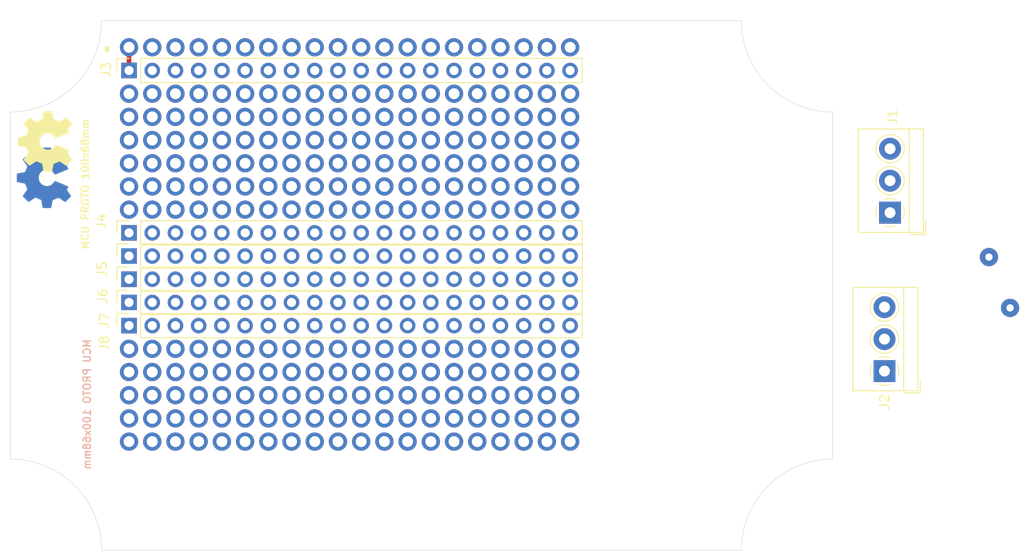
<source format=kicad_pcb>
(kicad_pcb (version 20171130) (host pcbnew 5.1.5+dfsg1-2build2)
  (title_block (title "MCU PROTO 100x68") (company Galopago))
  (layers (0 F.Cu signal) (31 B.Cu signal) (34 B.Paste user) (35 F.Paste user) (36 B.SilkS user) (37 F.SilkS user) (38 B.Mask user) (39 F.Mask user) (44 Edge.Cuts user))
  (net 0 "")
  (net 1 "Net-(J2-Pad3)")
  (net 2 "Net-(J2-Pad2)")
  (net 3 "Net-(J2-Pad1)")
  (net 4 "Net-(J1-Pad3)")
  (net 5 "Net-(J1-Pad1)")
  (net 6 "Net-(J1-Pad2)")
  (net 7 "Net-(J3-Pad8)")
  (net 8 "Net-(J3-Pad7)")
  (net 9 "Net-(J3-Pad6)")
  (net 10 "Net-(J3-Pad5)")
  (net 11 "Net-(J3-Pad4)")
  (net 12 "Net-(J3-Pad3)")
  (net 13 "Net-(J3-Pad2)")
  (net 14 "Net-(J3-Pad1)")
  (net 15 "Net-(J4-Pad8)")
  (net 16 "Net-(J4-Pad7)")
  (net 17 "Net-(J4-Pad6)")
  (net 18 "Net-(J4-Pad5)")
  (net 19 "Net-(J4-Pad4)")
  (net 20 "Net-(J4-Pad3)")
  (net 21 "Net-(J4-Pad2)")
  (net 22 "Net-(J4-Pad1)")
  (net 23 "Net-(J5-Pad8)")
  (net 24 "Net-(J5-Pad7)")
  (net 25 "Net-(J5-Pad6)")
  (net 26 "Net-(J5-Pad5)")
  (net 27 "Net-(J5-Pad4)")
  (net 28 "Net-(J5-Pad3)")
  (net 29 "Net-(J5-Pad2)")
  (net 30 "Net-(J5-Pad1)")
  (net 31 "Net-(J6-Pad8)")
  (net 32 "Net-(J6-Pad7)")
  (net 33 "Net-(J6-Pad6)")
  (net 34 "Net-(J6-Pad5)")
  (net 35 "Net-(J6-Pad4)")
  (net 36 "Net-(J6-Pad3)")
  (net 37 "Net-(J6-Pad2)")
  (net 38 "Net-(J6-Pad1)")
  (net 39 "Net-(J7-Pad1)")
  (net 40 "Net-(J3-Pad10)")
  (net 41 "Net-(J3-Pad9)")
  (net 42 "Net-(J3-Pad20)")
  (net 43 "Net-(J3-Pad19)")
  (net 44 "Net-(J3-Pad18)")
  (net 45 "Net-(J3-Pad17)")
  (net 46 "Net-(J3-Pad16)")
  (net 47 "Net-(J3-Pad15)")
  (net 48 "Net-(J3-Pad14)")
  (net 49 "Net-(J3-Pad13)")
  (net 50 "Net-(J3-Pad12)")
  (net 51 "Net-(J3-Pad11)")
  (net 52 "Net-(J4-Pad20)")
  (net 53 "Net-(J4-Pad19)")
  (net 54 "Net-(J4-Pad18)")
  (net 55 "Net-(J4-Pad17)")
  (net 56 "Net-(J4-Pad16)")
  (net 57 "Net-(J4-Pad15)")
  (net 58 "Net-(J4-Pad14)")
  (net 59 "Net-(J4-Pad13)")
  (net 60 "Net-(J4-Pad12)")
  (net 61 "Net-(J4-Pad11)")
  (net 62 "Net-(J4-Pad10)")
  (net 63 "Net-(J4-Pad9)")
  (net 64 "Net-(J5-Pad20)")
  (net 65 "Net-(J5-Pad19)")
  (net 66 "Net-(J5-Pad18)")
  (net 67 "Net-(J5-Pad17)")
  (net 68 "Net-(J5-Pad16)")
  (net 69 "Net-(J5-Pad15)")
  (net 70 "Net-(J5-Pad14)")
  (net 71 "Net-(J5-Pad13)")
  (net 72 "Net-(J5-Pad12)")
  (net 73 "Net-(J5-Pad11)")
  (net 74 "Net-(J5-Pad10)")
  (net 75 "Net-(J5-Pad9)")
  (net 76 "Net-(J6-Pad20)")
  (net 77 "Net-(J6-Pad19)")
  (net 78 "Net-(J6-Pad18)")
  (net 79 "Net-(J6-Pad17)")
  (net 80 "Net-(J6-Pad16)")
  (net 81 "Net-(J6-Pad15)")
  (net 82 "Net-(J6-Pad14)")
  (net 83 "Net-(J6-Pad13)")
  (net 84 "Net-(J6-Pad12)")
  (net 85 "Net-(J6-Pad11)")
  (net 86 "Net-(J6-Pad10)")
  (net 87 "Net-(J6-Pad9)")
  (net 88 "Net-(J7-Pad20)")
  (net 89 "Net-(J7-Pad19)")
  (net 90 "Net-(J7-Pad18)")
  (net 91 "Net-(J7-Pad17)")
  (net 92 "Net-(J7-Pad16)")
  (net 93 "Net-(J7-Pad15)")
  (net 94 "Net-(J7-Pad14)")
  (net 95 "Net-(J7-Pad13)")
  (net 96 "Net-(J7-Pad12)")
  (net 97 "Net-(J7-Pad11)")
  (net 98 "Net-(J7-Pad10)")
  (net 99 "Net-(J7-Pad9)")
  (net 100 "Net-(J7-Pad8)")
  (net 101 "Net-(J7-Pad7)")
  (net 102 "Net-(J7-Pad6)")
  (net 103 "Net-(J7-Pad5)")
  (net 104 "Net-(J7-Pad4)")
  (net 105 "Net-(J7-Pad3)")
  (net 106 "Net-(J7-Pad2)")
  (net 107 "Net-(J8-Pad1)")
  (net 108 "Net-(J8-Pad20)")
  (net 109 "Net-(J8-Pad19)")
  (net 110 "Net-(J8-Pad18)")
  (net 111 "Net-(J8-Pad17)")
  (net 112 "Net-(J8-Pad16)")
  (net 113 "Net-(J8-Pad15)")
  (net 114 "Net-(J8-Pad14)")
  (net 115 "Net-(J8-Pad13)")
  (net 116 "Net-(J8-Pad12)")
  (net 117 "Net-(J8-Pad11)")
  (net 118 "Net-(J8-Pad10)")
  (net 119 "Net-(J8-Pad9)")
  (net 120 "Net-(J8-Pad8)")
  (net 121 "Net-(J8-Pad7)")
  (net 122 "Net-(J8-Pad6)")
  (net 123 "Net-(J8-Pad5)")
  (net 124 "Net-(J8-Pad4)")
  (net 125 "Net-(J8-Pad3)")
  (net 126 "Net-(J8-Pad2)")
  (net 127 "Net-(J10-Pad1)")
  (module Connector_Wire:SolderWirePad_1x01_Drill0.8mm (layer F.Cu) (at 161.26 146.09)
    (fp_text reference REF** hide)
    (fp_text value SolderWirePad_1x01_Drill0.8mm hide)
    (pad 1 thru_hole circle (at 0 0) (size 2 2) (drill 1.2) (layers *.Cu *.Mask))
  )
  (module Connector_Wire:SolderWirePad_1x01_Drill0.8mm (layer F.Cu) (at 158.72 146.09)
    (fp_text reference REF** hide)
    (fp_text value SolderWirePad_1x01_Drill0.8mm hide)
    (pad 1 thru_hole circle (at 0 0) (size 2 2) (drill 1.2) (layers *.Cu *.Mask))
  )
  (module Connector_Wire:SolderWirePad_1x01_Drill0.8mm (layer F.Cu) (at 156.18 146.09)
    (fp_text reference REF** hide)
    (fp_text value SolderWirePad_1x01_Drill0.8mm hide)
    (pad 1 thru_hole circle (at 0 0) (size 2 2) (drill 1.2) (layers *.Cu *.Mask))
  )
  (module Connector_Wire:SolderWirePad_1x01_Drill0.8mm (layer F.Cu) (at 153.64 146.09)
    (fp_text reference REF** hide)
    (fp_text value SolderWirePad_1x01_Drill0.8mm hide)
    (pad 1 thru_hole circle (at 0 0) (size 2 2) (drill 1.2) (layers *.Cu *.Mask))
  )
  (module Connector_Wire:SolderWirePad_1x01_Drill0.8mm (layer F.Cu) (at 151.1 146.09)
    (fp_text reference REF** hide)
    (fp_text value SolderWirePad_1x01_Drill0.8mm hide)
    (pad 1 thru_hole circle (at 0 0) (size 2 2) (drill 1.2) (layers *.Cu *.Mask))
  )
  (module Connector_Wire:SolderWirePad_1x01_Drill0.8mm (layer F.Cu) (at 148.56 146.09)
    (fp_text reference REF** hide)
    (fp_text value SolderWirePad_1x01_Drill0.8mm hide)
    (pad 1 thru_hole circle (at 0 0) (size 2 2) (drill 1.2) (layers *.Cu *.Mask))
  )
  (module Connector_Wire:SolderWirePad_1x01_Drill0.8mm (layer F.Cu) (at 146.02 146.09)
    (fp_text reference REF** hide)
    (fp_text value SolderWirePad_1x01_Drill0.8mm hide)
    (pad 1 thru_hole circle (at 0 0) (size 2 2) (drill 1.2) (layers *.Cu *.Mask))
  )
  (module Connector_Wire:SolderWirePad_1x01_Drill0.8mm (layer F.Cu) (at 143.48 146.09)
    (fp_text reference REF** hide)
    (fp_text value SolderWirePad_1x01_Drill0.8mm hide)
    (pad 1 thru_hole circle (at 0 0) (size 2 2) (drill 1.2) (layers *.Cu *.Mask))
  )
  (module Connector_Wire:SolderWirePad_1x01_Drill0.8mm (layer F.Cu) (at 140.94 146.09)
    (fp_text reference REF** hide)
    (fp_text value SolderWirePad_1x01_Drill0.8mm hide)
    (pad 1 thru_hole circle (at 0 0) (size 2 2) (drill 1.2) (layers *.Cu *.Mask))
  )
  (module Connector_Wire:SolderWirePad_1x01_Drill0.8mm (layer F.Cu) (at 138.4 146.09)
    (fp_text reference REF** hide)
    (fp_text value SolderWirePad_1x01_Drill0.8mm hide)
    (pad 1 thru_hole circle (at 0 0) (size 2 2) (drill 1.2) (layers *.Cu *.Mask))
  )
  (module Connector_Wire:SolderWirePad_1x01_Drill0.8mm (layer F.Cu) (at 135.86 146.09)
    (fp_text reference REF** hide)
    (fp_text value SolderWirePad_1x01_Drill0.8mm hide)
    (pad 1 thru_hole circle (at 0 0) (size 2 2) (drill 1.2) (layers *.Cu *.Mask))
  )
  (module Connector_Wire:SolderWirePad_1x01_Drill0.8mm (layer F.Cu) (at 133.32 146.09)
    (fp_text reference REF** hide)
    (fp_text value SolderWirePad_1x01_Drill0.8mm hide)
    (pad 1 thru_hole circle (at 0 0) (size 2 2) (drill 1.2) (layers *.Cu *.Mask))
  )
  (module Connector_Wire:SolderWirePad_1x01_Drill0.8mm (layer F.Cu) (at 130.78 146.09)
    (fp_text reference REF** hide)
    (fp_text value SolderWirePad_1x01_Drill0.8mm hide)
    (pad 1 thru_hole circle (at 0 0) (size 2 2) (drill 1.2) (layers *.Cu *.Mask))
  )
  (module Connector_Wire:SolderWirePad_1x01_Drill0.8mm (layer F.Cu) (at 128.24 146.09)
    (fp_text reference REF** hide)
    (fp_text value SolderWirePad_1x01_Drill0.8mm hide)
    (pad 1 thru_hole circle (at 0 0) (size 2 2) (drill 1.2) (layers *.Cu *.Mask))
  )
  (module Connector_Wire:SolderWirePad_1x01_Drill0.8mm (layer F.Cu) (at 125.7 146.09)
    (fp_text reference REF** hide)
    (fp_text value SolderWirePad_1x01_Drill0.8mm hide)
    (pad 1 thru_hole circle (at 0 0) (size 2 2) (drill 1.2) (layers *.Cu *.Mask))
  )
  (module Connector_Wire:SolderWirePad_1x01_Drill0.8mm (layer F.Cu) (at 123.16 146.09)
    (fp_text reference REF** hide)
    (fp_text value SolderWirePad_1x01_Drill0.8mm hide)
    (pad 1 thru_hole circle (at 0 0) (size 2 2) (drill 1.2) (layers *.Cu *.Mask))
  )
  (module Connector_Wire:SolderWirePad_1x01_Drill0.8mm (layer F.Cu) (at 120.62 146.09)
    (fp_text reference REF** hide)
    (fp_text value SolderWirePad_1x01_Drill0.8mm hide)
    (pad 1 thru_hole circle (at 0 0) (size 2 2) (drill 1.2) (layers *.Cu *.Mask))
  )
  (module Connector_Wire:SolderWirePad_1x01_Drill0.8mm (layer F.Cu) (at 118.08 146.09)
    (fp_text reference REF** hide)
    (fp_text value SolderWirePad_1x01_Drill0.8mm hide)
    (pad 1 thru_hole circle (at 0 0) (size 2 2) (drill 1.2) (layers *.Cu *.Mask))
  )
  (module Connector_Wire:SolderWirePad_1x01_Drill0.8mm (layer F.Cu) (at 115.54 146.09)
    (fp_text reference REF** hide)
    (fp_text value SolderWirePad_1x01_Drill0.8mm hide)
    (pad 1 thru_hole circle (at 0 0) (size 2 2) (drill 1.2) (layers *.Cu *.Mask))
  )
  (module Connector_Wire:SolderWirePad_1x01_Drill0.8mm (layer F.Cu) (at 113 146.09)
    (fp_text reference REF** hide)
    (fp_text value SolderWirePad_1x01_Drill0.8mm hide)
    (pad 1 thru_hole circle (at 0 0) (size 2 2) (drill 1.2) (layers *.Cu *.Mask))
  )
  (module Connector_Wire:SolderWirePad_1x01_Drill0.8mm (layer F.Cu) (at 161.26 143.55)
    (fp_text reference REF** hide)
    (fp_text value SolderWirePad_1x01_Drill0.8mm hide)
    (pad 1 thru_hole circle (at 0 0) (size 2 2) (drill 1.2) (layers *.Cu *.Mask))
  )
  (module Connector_Wire:SolderWirePad_1x01_Drill0.8mm (layer F.Cu) (at 158.72 143.55)
    (fp_text reference REF** hide)
    (fp_text value SolderWirePad_1x01_Drill0.8mm hide)
    (pad 1 thru_hole circle (at 0 0) (size 2 2) (drill 1.2) (layers *.Cu *.Mask))
  )
  (module Connector_Wire:SolderWirePad_1x01_Drill0.8mm (layer F.Cu) (at 156.18 143.55)
    (fp_text reference REF** hide)
    (fp_text value SolderWirePad_1x01_Drill0.8mm hide)
    (pad 1 thru_hole circle (at 0 0) (size 2 2) (drill 1.2) (layers *.Cu *.Mask))
  )
  (module Connector_Wire:SolderWirePad_1x01_Drill0.8mm (layer F.Cu) (at 153.64 143.55)
    (fp_text reference REF** hide)
    (fp_text value SolderWirePad_1x01_Drill0.8mm hide)
    (pad 1 thru_hole circle (at 0 0) (size 2 2) (drill 1.2) (layers *.Cu *.Mask))
  )
  (module Connector_Wire:SolderWirePad_1x01_Drill0.8mm (layer F.Cu) (at 151.1 143.55)
    (fp_text reference REF** hide)
    (fp_text value SolderWirePad_1x01_Drill0.8mm hide)
    (pad 1 thru_hole circle (at 0 0) (size 2 2) (drill 1.2) (layers *.Cu *.Mask))
  )
  (module Connector_Wire:SolderWirePad_1x01_Drill0.8mm (layer F.Cu) (at 148.56 143.55)
    (fp_text reference REF** hide)
    (fp_text value SolderWirePad_1x01_Drill0.8mm hide)
    (pad 1 thru_hole circle (at 0 0) (size 2 2) (drill 1.2) (layers *.Cu *.Mask))
  )
  (module Connector_Wire:SolderWirePad_1x01_Drill0.8mm (layer F.Cu) (at 146.02 143.55)
    (fp_text reference REF** hide)
    (fp_text value SolderWirePad_1x01_Drill0.8mm hide)
    (pad 1 thru_hole circle (at 0 0) (size 2 2) (drill 1.2) (layers *.Cu *.Mask))
  )
  (module Connector_Wire:SolderWirePad_1x01_Drill0.8mm (layer F.Cu) (at 143.48 143.55)
    (fp_text reference REF** hide)
    (fp_text value SolderWirePad_1x01_Drill0.8mm hide)
    (pad 1 thru_hole circle (at 0 0) (size 2 2) (drill 1.2) (layers *.Cu *.Mask))
  )
  (module Connector_Wire:SolderWirePad_1x01_Drill0.8mm (layer F.Cu) (at 140.94 143.55)
    (fp_text reference REF** hide)
    (fp_text value SolderWirePad_1x01_Drill0.8mm hide)
    (pad 1 thru_hole circle (at 0 0) (size 2 2) (drill 1.2) (layers *.Cu *.Mask))
  )
  (module Connector_Wire:SolderWirePad_1x01_Drill0.8mm (layer F.Cu) (at 138.4 143.55)
    (fp_text reference REF** hide)
    (fp_text value SolderWirePad_1x01_Drill0.8mm hide)
    (pad 1 thru_hole circle (at 0 0) (size 2 2) (drill 1.2) (layers *.Cu *.Mask))
  )
  (module Connector_Wire:SolderWirePad_1x01_Drill0.8mm (layer F.Cu) (at 135.86 143.55)
    (fp_text reference REF** hide)
    (fp_text value SolderWirePad_1x01_Drill0.8mm hide)
    (pad 1 thru_hole circle (at 0 0) (size 2 2) (drill 1.2) (layers *.Cu *.Mask))
  )
  (module Connector_Wire:SolderWirePad_1x01_Drill0.8mm (layer F.Cu) (at 133.32 143.55)
    (fp_text reference REF** hide)
    (fp_text value SolderWirePad_1x01_Drill0.8mm hide)
    (pad 1 thru_hole circle (at 0 0) (size 2 2) (drill 1.2) (layers *.Cu *.Mask))
  )
  (module Connector_Wire:SolderWirePad_1x01_Drill0.8mm (layer F.Cu) (at 130.78 143.55)
    (fp_text reference REF** hide)
    (fp_text value SolderWirePad_1x01_Drill0.8mm hide)
    (pad 1 thru_hole circle (at 0 0) (size 2 2) (drill 1.2) (layers *.Cu *.Mask))
  )
  (module Connector_Wire:SolderWirePad_1x01_Drill0.8mm (layer F.Cu) (at 128.24 143.55)
    (fp_text reference REF** hide)
    (fp_text value SolderWirePad_1x01_Drill0.8mm hide)
    (pad 1 thru_hole circle (at 0 0) (size 2 2) (drill 1.2) (layers *.Cu *.Mask))
  )
  (module Connector_Wire:SolderWirePad_1x01_Drill0.8mm (layer F.Cu) (at 125.7 143.55)
    (fp_text reference REF** hide)
    (fp_text value SolderWirePad_1x01_Drill0.8mm hide)
    (pad 1 thru_hole circle (at 0 0) (size 2 2) (drill 1.2) (layers *.Cu *.Mask))
  )
  (module Connector_Wire:SolderWirePad_1x01_Drill0.8mm (layer F.Cu) (at 123.16 143.55)
    (fp_text reference REF** hide)
    (fp_text value SolderWirePad_1x01_Drill0.8mm hide)
    (pad 1 thru_hole circle (at 0 0) (size 2 2) (drill 1.2) (layers *.Cu *.Mask))
  )
  (module Connector_Wire:SolderWirePad_1x01_Drill0.8mm (layer F.Cu) (at 120.62 143.55)
    (fp_text reference REF** hide)
    (fp_text value SolderWirePad_1x01_Drill0.8mm hide)
    (pad 1 thru_hole circle (at 0 0) (size 2 2) (drill 1.2) (layers *.Cu *.Mask))
  )
  (module Connector_Wire:SolderWirePad_1x01_Drill0.8mm (layer F.Cu) (at 118.08 143.55)
    (fp_text reference REF** hide)
    (fp_text value SolderWirePad_1x01_Drill0.8mm hide)
    (pad 1 thru_hole circle (at 0 0) (size 2 2) (drill 1.2) (layers *.Cu *.Mask))
  )
  (module Connector_Wire:SolderWirePad_1x01_Drill0.8mm (layer F.Cu) (at 115.54 143.55)
    (fp_text reference REF** hide)
    (fp_text value SolderWirePad_1x01_Drill0.8mm hide)
    (pad 1 thru_hole circle (at 0 0) (size 2 2) (drill 1.2) (layers *.Cu *.Mask))
  )
  (module Connector_Wire:SolderWirePad_1x01_Drill0.8mm (layer F.Cu) (at 113 143.55)
    (fp_text reference REF** hide)
    (fp_text value SolderWirePad_1x01_Drill0.8mm hide)
    (pad 1 thru_hole circle (at 0 0) (size 2 2) (drill 1.2) (layers *.Cu *.Mask))
  )
  (module Connector_Wire:SolderWirePad_1x01_Drill0.8mm (layer F.Cu) (at 161.26 141.01)
    (fp_text reference REF** hide)
    (fp_text value SolderWirePad_1x01_Drill0.8mm hide)
    (pad 1 thru_hole circle (at 0 0) (size 2 2) (drill 1.2) (layers *.Cu *.Mask))
  )
  (module Connector_Wire:SolderWirePad_1x01_Drill0.8mm (layer F.Cu) (at 158.72 141.01)
    (fp_text reference REF** hide)
    (fp_text value SolderWirePad_1x01_Drill0.8mm hide)
    (pad 1 thru_hole circle (at 0 0) (size 2 2) (drill 1.2) (layers *.Cu *.Mask))
  )
  (module Connector_Wire:SolderWirePad_1x01_Drill0.8mm (layer F.Cu) (at 156.18 141.01)
    (fp_text reference REF** hide)
    (fp_text value SolderWirePad_1x01_Drill0.8mm hide)
    (pad 1 thru_hole circle (at 0 0) (size 2 2) (drill 1.2) (layers *.Cu *.Mask))
  )
  (module Connector_Wire:SolderWirePad_1x01_Drill0.8mm (layer F.Cu) (at 153.64 141.01)
    (fp_text reference REF** hide)
    (fp_text value SolderWirePad_1x01_Drill0.8mm hide)
    (pad 1 thru_hole circle (at 0 0) (size 2 2) (drill 1.2) (layers *.Cu *.Mask))
  )
  (module Connector_Wire:SolderWirePad_1x01_Drill0.8mm (layer F.Cu) (at 151.1 141.01)
    (fp_text reference REF** hide)
    (fp_text value SolderWirePad_1x01_Drill0.8mm hide)
    (pad 1 thru_hole circle (at 0 0) (size 2 2) (drill 1.2) (layers *.Cu *.Mask))
  )
  (module Connector_Wire:SolderWirePad_1x01_Drill0.8mm (layer F.Cu) (at 148.56 141.01)
    (fp_text reference REF** hide)
    (fp_text value SolderWirePad_1x01_Drill0.8mm hide)
    (pad 1 thru_hole circle (at 0 0) (size 2 2) (drill 1.2) (layers *.Cu *.Mask))
  )
  (module Connector_Wire:SolderWirePad_1x01_Drill0.8mm (layer F.Cu) (at 146.02 141.01)
    (fp_text reference REF** hide)
    (fp_text value SolderWirePad_1x01_Drill0.8mm hide)
    (pad 1 thru_hole circle (at 0 0) (size 2 2) (drill 1.2) (layers *.Cu *.Mask))
  )
  (module Connector_Wire:SolderWirePad_1x01_Drill0.8mm (layer F.Cu) (at 143.48 141.01)
    (fp_text reference REF** hide)
    (fp_text value SolderWirePad_1x01_Drill0.8mm hide)
    (pad 1 thru_hole circle (at 0 0) (size 2 2) (drill 1.2) (layers *.Cu *.Mask))
  )
  (module Connector_Wire:SolderWirePad_1x01_Drill0.8mm (layer F.Cu) (at 140.94 141.01)
    (fp_text reference REF** hide)
    (fp_text value SolderWirePad_1x01_Drill0.8mm hide)
    (pad 1 thru_hole circle (at 0 0) (size 2 2) (drill 1.2) (layers *.Cu *.Mask))
  )
  (module Connector_Wire:SolderWirePad_1x01_Drill0.8mm (layer F.Cu) (at 138.4 141.01)
    (fp_text reference REF** hide)
    (fp_text value SolderWirePad_1x01_Drill0.8mm hide)
    (pad 1 thru_hole circle (at 0 0) (size 2 2) (drill 1.2) (layers *.Cu *.Mask))
  )
  (module Connector_Wire:SolderWirePad_1x01_Drill0.8mm (layer F.Cu) (at 135.86 141.01)
    (fp_text reference REF** hide)
    (fp_text value SolderWirePad_1x01_Drill0.8mm hide)
    (pad 1 thru_hole circle (at 0 0) (size 2 2) (drill 1.2) (layers *.Cu *.Mask))
  )
  (module Connector_Wire:SolderWirePad_1x01_Drill0.8mm (layer F.Cu) (at 133.32 141.01)
    (fp_text reference REF** hide)
    (fp_text value SolderWirePad_1x01_Drill0.8mm hide)
    (pad 1 thru_hole circle (at 0 0) (size 2 2) (drill 1.2) (layers *.Cu *.Mask))
  )
  (module Connector_Wire:SolderWirePad_1x01_Drill0.8mm (layer F.Cu) (at 130.78 141.01)
    (fp_text reference REF** hide)
    (fp_text value SolderWirePad_1x01_Drill0.8mm hide)
    (pad 1 thru_hole circle (at 0 0) (size 2 2) (drill 1.2) (layers *.Cu *.Mask))
  )
  (module Connector_Wire:SolderWirePad_1x01_Drill0.8mm (layer F.Cu) (at 128.24 141.01)
    (fp_text reference REF** hide)
    (fp_text value SolderWirePad_1x01_Drill0.8mm hide)
    (pad 1 thru_hole circle (at 0 0) (size 2 2) (drill 1.2) (layers *.Cu *.Mask))
  )
  (module Connector_Wire:SolderWirePad_1x01_Drill0.8mm (layer F.Cu) (at 125.7 141.01)
    (fp_text reference REF** hide)
    (fp_text value SolderWirePad_1x01_Drill0.8mm hide)
    (pad 1 thru_hole circle (at 0 0) (size 2 2) (drill 1.2) (layers *.Cu *.Mask))
  )
  (module Connector_Wire:SolderWirePad_1x01_Drill0.8mm (layer F.Cu) (at 123.16 141.01)
    (fp_text reference REF** hide)
    (fp_text value SolderWirePad_1x01_Drill0.8mm hide)
    (pad 1 thru_hole circle (at 0 0) (size 2 2) (drill 1.2) (layers *.Cu *.Mask))
  )
  (module Connector_Wire:SolderWirePad_1x01_Drill0.8mm (layer F.Cu) (at 120.62 141.01)
    (fp_text reference REF** hide)
    (fp_text value SolderWirePad_1x01_Drill0.8mm hide)
    (pad 1 thru_hole circle (at 0 0) (size 2 2) (drill 1.2) (layers *.Cu *.Mask))
  )
  (module Connector_Wire:SolderWirePad_1x01_Drill0.8mm (layer F.Cu) (at 118.08 141.01)
    (fp_text reference REF** hide)
    (fp_text value SolderWirePad_1x01_Drill0.8mm hide)
    (pad 1 thru_hole circle (at 0 0) (size 2 2) (drill 1.2) (layers *.Cu *.Mask))
  )
  (module Connector_Wire:SolderWirePad_1x01_Drill0.8mm (layer F.Cu) (at 115.54 141.01)
    (fp_text reference REF** hide)
    (fp_text value SolderWirePad_1x01_Drill0.8mm hide)
    (pad 1 thru_hole circle (at 0 0) (size 2 2) (drill 1.2) (layers *.Cu *.Mask))
  )
  (module Connector_Wire:SolderWirePad_1x01_Drill0.8mm (layer F.Cu) (at 113 141.01)
    (fp_text reference REF** hide)
    (fp_text value SolderWirePad_1x01_Drill0.8mm hide)
    (pad 1 thru_hole circle (at 0 0) (size 2 2) (drill 1.2) (layers *.Cu *.Mask))
  )
  (module Connector_Wire:SolderWirePad_1x01_Drill0.8mm (layer F.Cu) (at 161.26 138.47)
    (fp_text reference REF** hide)
    (fp_text value SolderWirePad_1x01_Drill0.8mm hide)
    (pad 1 thru_hole circle (at 0 0) (size 2 2) (drill 1.2) (layers *.Cu *.Mask))
  )
  (module Connector_Wire:SolderWirePad_1x01_Drill0.8mm (layer F.Cu) (at 158.72 138.47)
    (fp_text reference REF** hide)
    (fp_text value SolderWirePad_1x01_Drill0.8mm hide)
    (pad 1 thru_hole circle (at 0 0) (size 2 2) (drill 1.2) (layers *.Cu *.Mask))
  )
  (module Connector_Wire:SolderWirePad_1x01_Drill0.8mm (layer F.Cu) (at 156.18 138.47)
    (fp_text reference REF** hide)
    (fp_text value SolderWirePad_1x01_Drill0.8mm hide)
    (pad 1 thru_hole circle (at 0 0) (size 2 2) (drill 1.2) (layers *.Cu *.Mask))
  )
  (module Connector_Wire:SolderWirePad_1x01_Drill0.8mm (layer F.Cu) (at 153.64 138.47)
    (fp_text reference REF** hide)
    (fp_text value SolderWirePad_1x01_Drill0.8mm hide)
    (pad 1 thru_hole circle (at 0 0) (size 2 2) (drill 1.2) (layers *.Cu *.Mask))
  )
  (module Connector_Wire:SolderWirePad_1x01_Drill0.8mm (layer F.Cu) (at 151.1 138.47)
    (fp_text reference REF** hide)
    (fp_text value SolderWirePad_1x01_Drill0.8mm hide)
    (pad 1 thru_hole circle (at 0 0) (size 2 2) (drill 1.2) (layers *.Cu *.Mask))
  )
  (module Connector_Wire:SolderWirePad_1x01_Drill0.8mm (layer F.Cu) (at 148.56 138.47)
    (fp_text reference REF** hide)
    (fp_text value SolderWirePad_1x01_Drill0.8mm hide)
    (pad 1 thru_hole circle (at 0 0) (size 2 2) (drill 1.2) (layers *.Cu *.Mask))
  )
  (module Connector_Wire:SolderWirePad_1x01_Drill0.8mm (layer F.Cu) (at 146.02 138.47)
    (fp_text reference REF** hide)
    (fp_text value SolderWirePad_1x01_Drill0.8mm hide)
    (pad 1 thru_hole circle (at 0 0) (size 2 2) (drill 1.2) (layers *.Cu *.Mask))
  )
  (module Connector_Wire:SolderWirePad_1x01_Drill0.8mm (layer F.Cu) (at 143.48 138.47)
    (fp_text reference REF** hide)
    (fp_text value SolderWirePad_1x01_Drill0.8mm hide)
    (pad 1 thru_hole circle (at 0 0) (size 2 2) (drill 1.2) (layers *.Cu *.Mask))
  )
  (module Connector_Wire:SolderWirePad_1x01_Drill0.8mm (layer F.Cu) (at 140.94 138.47)
    (fp_text reference REF** hide)
    (fp_text value SolderWirePad_1x01_Drill0.8mm hide)
    (pad 1 thru_hole circle (at 0 0) (size 2 2) (drill 1.2) (layers *.Cu *.Mask))
  )
  (module Connector_Wire:SolderWirePad_1x01_Drill0.8mm (layer F.Cu) (at 138.4 138.47)
    (fp_text reference REF** hide)
    (fp_text value SolderWirePad_1x01_Drill0.8mm hide)
    (pad 1 thru_hole circle (at 0 0) (size 2 2) (drill 1.2) (layers *.Cu *.Mask))
  )
  (module Connector_Wire:SolderWirePad_1x01_Drill0.8mm (layer F.Cu) (at 135.86 138.47)
    (fp_text reference REF** hide)
    (fp_text value SolderWirePad_1x01_Drill0.8mm hide)
    (pad 1 thru_hole circle (at 0 0) (size 2 2) (drill 1.2) (layers *.Cu *.Mask))
  )
  (module Connector_Wire:SolderWirePad_1x01_Drill0.8mm (layer F.Cu) (at 133.32 138.47)
    (fp_text reference REF** hide)
    (fp_text value SolderWirePad_1x01_Drill0.8mm hide)
    (pad 1 thru_hole circle (at 0 0) (size 2 2) (drill 1.2) (layers *.Cu *.Mask))
  )
  (module Connector_Wire:SolderWirePad_1x01_Drill0.8mm (layer F.Cu) (at 130.78 138.47)
    (fp_text reference REF** hide)
    (fp_text value SolderWirePad_1x01_Drill0.8mm hide)
    (pad 1 thru_hole circle (at 0 0) (size 2 2) (drill 1.2) (layers *.Cu *.Mask))
  )
  (module Connector_Wire:SolderWirePad_1x01_Drill0.8mm (layer F.Cu) (at 128.24 138.47)
    (fp_text reference REF** hide)
    (fp_text value SolderWirePad_1x01_Drill0.8mm hide)
    (pad 1 thru_hole circle (at 0 0) (size 2 2) (drill 1.2) (layers *.Cu *.Mask))
  )
  (module Connector_Wire:SolderWirePad_1x01_Drill0.8mm (layer F.Cu) (at 125.7 138.47)
    (fp_text reference REF** hide)
    (fp_text value SolderWirePad_1x01_Drill0.8mm hide)
    (pad 1 thru_hole circle (at 0 0) (size 2 2) (drill 1.2) (layers *.Cu *.Mask))
  )
  (module Connector_Wire:SolderWirePad_1x01_Drill0.8mm (layer F.Cu) (at 123.16 138.47)
    (fp_text reference REF** hide)
    (fp_text value SolderWirePad_1x01_Drill0.8mm hide)
    (pad 1 thru_hole circle (at 0 0) (size 2 2) (drill 1.2) (layers *.Cu *.Mask))
  )
  (module Connector_Wire:SolderWirePad_1x01_Drill0.8mm (layer F.Cu) (at 120.62 138.47)
    (fp_text reference REF** hide)
    (fp_text value SolderWirePad_1x01_Drill0.8mm hide)
    (pad 1 thru_hole circle (at 0 0) (size 2 2) (drill 1.2) (layers *.Cu *.Mask))
  )
  (module Connector_Wire:SolderWirePad_1x01_Drill0.8mm (layer F.Cu) (at 118.08 138.47)
    (fp_text reference REF** hide)
    (fp_text value SolderWirePad_1x01_Drill0.8mm hide)
    (pad 1 thru_hole circle (at 0 0) (size 2 2) (drill 1.2) (layers *.Cu *.Mask))
  )
  (module Connector_Wire:SolderWirePad_1x01_Drill0.8mm (layer F.Cu) (at 115.54 138.47)
    (fp_text reference REF** hide)
    (fp_text value SolderWirePad_1x01_Drill0.8mm hide)
    (pad 1 thru_hole circle (at 0 0) (size 2 2) (drill 1.2) (layers *.Cu *.Mask))
  )
  (module Connector_Wire:SolderWirePad_1x01_Drill0.8mm (layer F.Cu) (at 113 138.47)
    (fp_text reference REF** hide)
    (fp_text value SolderWirePad_1x01_Drill0.8mm hide)
    (pad 1 thru_hole circle (at 0 0) (size 2 2) (drill 1.2) (layers *.Cu *.Mask))
  )
  (module Connector_Wire:SolderWirePad_1x01_Drill0.8mm (layer F.Cu) (at 161.26 135.93)
    (fp_text reference REF** hide)
    (fp_text value SolderWirePad_1x01_Drill0.8mm hide)
    (pad 1 thru_hole circle (at 0 0) (size 2 2) (drill 1.2) (layers *.Cu *.Mask))
  )
  (module Connector_Wire:SolderWirePad_1x01_Drill0.8mm (layer F.Cu) (at 158.72 135.93)
    (fp_text reference REF** hide)
    (fp_text value SolderWirePad_1x01_Drill0.8mm hide)
    (pad 1 thru_hole circle (at 0 0) (size 2 2) (drill 1.2) (layers *.Cu *.Mask))
  )
  (module Connector_Wire:SolderWirePad_1x01_Drill0.8mm (layer F.Cu) (at 156.18 135.93)
    (fp_text reference REF** hide)
    (fp_text value SolderWirePad_1x01_Drill0.8mm hide)
    (pad 1 thru_hole circle (at 0 0) (size 2 2) (drill 1.2) (layers *.Cu *.Mask))
  )
  (module Connector_Wire:SolderWirePad_1x01_Drill0.8mm (layer F.Cu) (at 153.64 135.93)
    (fp_text reference REF** hide)
    (fp_text value SolderWirePad_1x01_Drill0.8mm hide)
    (pad 1 thru_hole circle (at 0 0) (size 2 2) (drill 1.2) (layers *.Cu *.Mask))
  )
  (module Connector_Wire:SolderWirePad_1x01_Drill0.8mm (layer F.Cu) (at 151.1 135.93)
    (fp_text reference REF** hide)
    (fp_text value SolderWirePad_1x01_Drill0.8mm hide)
    (pad 1 thru_hole circle (at 0 0) (size 2 2) (drill 1.2) (layers *.Cu *.Mask))
  )
  (module Connector_Wire:SolderWirePad_1x01_Drill0.8mm (layer F.Cu) (at 148.56 135.93)
    (fp_text reference REF** hide)
    (fp_text value SolderWirePad_1x01_Drill0.8mm hide)
    (pad 1 thru_hole circle (at 0 0) (size 2 2) (drill 1.2) (layers *.Cu *.Mask))
  )
  (module Connector_Wire:SolderWirePad_1x01_Drill0.8mm (layer F.Cu) (at 146.02 135.93)
    (fp_text reference REF** hide)
    (fp_text value SolderWirePad_1x01_Drill0.8mm hide)
    (pad 1 thru_hole circle (at 0 0) (size 2 2) (drill 1.2) (layers *.Cu *.Mask))
  )
  (module Connector_Wire:SolderWirePad_1x01_Drill0.8mm (layer F.Cu) (at 143.48 135.93)
    (fp_text reference REF** hide)
    (fp_text value SolderWirePad_1x01_Drill0.8mm hide)
    (pad 1 thru_hole circle (at 0 0) (size 2 2) (drill 1.2) (layers *.Cu *.Mask))
  )
  (module Connector_Wire:SolderWirePad_1x01_Drill0.8mm (layer F.Cu) (at 140.94 135.93)
    (fp_text reference REF** hide)
    (fp_text value SolderWirePad_1x01_Drill0.8mm hide)
    (pad 1 thru_hole circle (at 0 0) (size 2 2) (drill 1.2) (layers *.Cu *.Mask))
  )
  (module Connector_Wire:SolderWirePad_1x01_Drill0.8mm (layer F.Cu) (at 138.4 135.93)
    (fp_text reference REF** hide)
    (fp_text value SolderWirePad_1x01_Drill0.8mm hide)
    (pad 1 thru_hole circle (at 0 0) (size 2 2) (drill 1.2) (layers *.Cu *.Mask))
  )
  (module Connector_Wire:SolderWirePad_1x01_Drill0.8mm (layer F.Cu) (at 135.86 135.93)
    (fp_text reference REF** hide)
    (fp_text value SolderWirePad_1x01_Drill0.8mm hide)
    (pad 1 thru_hole circle (at 0 0) (size 2 2) (drill 1.2) (layers *.Cu *.Mask))
  )
  (module Connector_Wire:SolderWirePad_1x01_Drill0.8mm (layer F.Cu) (at 133.32 135.93)
    (fp_text reference REF** hide)
    (fp_text value SolderWirePad_1x01_Drill0.8mm hide)
    (pad 1 thru_hole circle (at 0 0) (size 2 2) (drill 1.2) (layers *.Cu *.Mask))
  )
  (module Connector_Wire:SolderWirePad_1x01_Drill0.8mm (layer F.Cu) (at 130.78 135.93)
    (fp_text reference REF** hide)
    (fp_text value SolderWirePad_1x01_Drill0.8mm hide)
    (pad 1 thru_hole circle (at 0 0) (size 2 2) (drill 1.2) (layers *.Cu *.Mask))
  )
  (module Connector_Wire:SolderWirePad_1x01_Drill0.8mm (layer F.Cu) (at 128.24 135.93)
    (fp_text reference REF** hide)
    (fp_text value SolderWirePad_1x01_Drill0.8mm hide)
    (pad 1 thru_hole circle (at 0 0) (size 2 2) (drill 1.2) (layers *.Cu *.Mask))
  )
  (module Connector_Wire:SolderWirePad_1x01_Drill0.8mm (layer F.Cu) (at 125.7 135.93)
    (fp_text reference REF** hide)
    (fp_text value SolderWirePad_1x01_Drill0.8mm hide)
    (pad 1 thru_hole circle (at 0 0) (size 2 2) (drill 1.2) (layers *.Cu *.Mask))
  )
  (module Connector_Wire:SolderWirePad_1x01_Drill0.8mm (layer F.Cu) (at 123.16 135.93)
    (fp_text reference REF** hide)
    (fp_text value SolderWirePad_1x01_Drill0.8mm hide)
    (pad 1 thru_hole circle (at 0 0) (size 2 2) (drill 1.2) (layers *.Cu *.Mask))
  )
  (module Connector_Wire:SolderWirePad_1x01_Drill0.8mm (layer F.Cu) (at 120.62 135.93)
    (fp_text reference REF** hide)
    (fp_text value SolderWirePad_1x01_Drill0.8mm hide)
    (pad 1 thru_hole circle (at 0 0) (size 2 2) (drill 1.2) (layers *.Cu *.Mask))
  )
  (module Connector_Wire:SolderWirePad_1x01_Drill0.8mm (layer F.Cu) (at 118.08 135.93)
    (fp_text reference REF** hide)
    (fp_text value SolderWirePad_1x01_Drill0.8mm hide)
    (pad 1 thru_hole circle (at 0 0) (size 2 2) (drill 1.2) (layers *.Cu *.Mask))
  )
  (module Connector_Wire:SolderWirePad_1x01_Drill0.8mm (layer F.Cu) (at 115.54 135.93)
    (fp_text reference REF** hide)
    (fp_text value SolderWirePad_1x01_Drill0.8mm hide)
    (pad 1 thru_hole circle (at 0 0) (size 2 2) (drill 1.2) (layers *.Cu *.Mask))
  )
  (module Connector_Wire:SolderWirePad_1x01_Drill0.8mm (layer F.Cu) (at 161.26 120.69)
    (fp_text reference REF** hide)
    (fp_text value SolderWirePad_1x01_Drill0.8mm hide)
    (pad 1 thru_hole circle (at 0 0) (size 2 2) (drill 1.2) (layers *.Cu *.Mask))
  )
  (module Connector_Wire:SolderWirePad_1x01_Drill0.8mm (layer F.Cu) (at 158.72 120.69)
    (fp_text reference REF** hide)
    (fp_text value SolderWirePad_1x01_Drill0.8mm hide)
    (pad 1 thru_hole circle (at 0 0) (size 2 2) (drill 1.2) (layers *.Cu *.Mask))
  )
  (module Connector_Wire:SolderWirePad_1x01_Drill0.8mm (layer F.Cu) (at 156.18 120.69)
    (fp_text reference REF** hide)
    (fp_text value SolderWirePad_1x01_Drill0.8mm hide)
    (pad 1 thru_hole circle (at 0 0) (size 2 2) (drill 1.2) (layers *.Cu *.Mask))
  )
  (module Connector_Wire:SolderWirePad_1x01_Drill0.8mm (layer F.Cu) (at 153.64 120.69)
    (fp_text reference REF** hide)
    (fp_text value SolderWirePad_1x01_Drill0.8mm hide)
    (pad 1 thru_hole circle (at 0 0) (size 2 2) (drill 1.2) (layers *.Cu *.Mask))
  )
  (module Connector_Wire:SolderWirePad_1x01_Drill0.8mm (layer F.Cu) (at 151.1 120.69)
    (fp_text reference REF** hide)
    (fp_text value SolderWirePad_1x01_Drill0.8mm hide)
    (pad 1 thru_hole circle (at 0 0) (size 2 2) (drill 1.2) (layers *.Cu *.Mask))
  )
  (module Connector_Wire:SolderWirePad_1x01_Drill0.8mm (layer F.Cu) (at 148.56 120.69)
    (fp_text reference REF** hide)
    (fp_text value SolderWirePad_1x01_Drill0.8mm hide)
    (pad 1 thru_hole circle (at 0 0) (size 2 2) (drill 1.2) (layers *.Cu *.Mask))
  )
  (module Connector_Wire:SolderWirePad_1x01_Drill0.8mm (layer F.Cu) (at 146.02 120.69)
    (fp_text reference REF** hide)
    (fp_text value SolderWirePad_1x01_Drill0.8mm hide)
    (pad 1 thru_hole circle (at 0 0) (size 2 2) (drill 1.2) (layers *.Cu *.Mask))
  )
  (module Connector_Wire:SolderWirePad_1x01_Drill0.8mm (layer F.Cu) (at 143.48 120.69)
    (fp_text reference REF** hide)
    (fp_text value SolderWirePad_1x01_Drill0.8mm hide)
    (pad 1 thru_hole circle (at 0 0) (size 2 2) (drill 1.2) (layers *.Cu *.Mask))
  )
  (module Connector_Wire:SolderWirePad_1x01_Drill0.8mm (layer F.Cu) (at 140.94 120.69)
    (fp_text reference REF** hide)
    (fp_text value SolderWirePad_1x01_Drill0.8mm hide)
    (pad 1 thru_hole circle (at 0 0) (size 2 2) (drill 1.2) (layers *.Cu *.Mask))
  )
  (module Connector_Wire:SolderWirePad_1x01_Drill0.8mm (layer F.Cu) (at 138.4 120.69)
    (fp_text reference REF** hide)
    (fp_text value SolderWirePad_1x01_Drill0.8mm hide)
    (pad 1 thru_hole circle (at 0 0) (size 2 2) (drill 1.2) (layers *.Cu *.Mask))
  )
  (module Connector_Wire:SolderWirePad_1x01_Drill0.8mm (layer F.Cu) (at 135.86 120.69)
    (fp_text reference REF** hide)
    (fp_text value SolderWirePad_1x01_Drill0.8mm hide)
    (pad 1 thru_hole circle (at 0 0) (size 2 2) (drill 1.2) (layers *.Cu *.Mask))
  )
  (module Connector_Wire:SolderWirePad_1x01_Drill0.8mm (layer F.Cu) (at 133.32 120.69)
    (fp_text reference REF** hide)
    (fp_text value SolderWirePad_1x01_Drill0.8mm hide)
    (pad 1 thru_hole circle (at 0 0) (size 2 2) (drill 1.2) (layers *.Cu *.Mask))
  )
  (module Connector_Wire:SolderWirePad_1x01_Drill0.8mm (layer F.Cu) (at 130.78 120.69)
    (fp_text reference REF** hide)
    (fp_text value SolderWirePad_1x01_Drill0.8mm hide)
    (pad 1 thru_hole circle (at 0 0) (size 2 2) (drill 1.2) (layers *.Cu *.Mask))
  )
  (module Connector_Wire:SolderWirePad_1x01_Drill0.8mm (layer F.Cu) (at 128.24 120.69)
    (fp_text reference REF** hide)
    (fp_text value SolderWirePad_1x01_Drill0.8mm hide)
    (pad 1 thru_hole circle (at 0 0) (size 2 2) (drill 1.2) (layers *.Cu *.Mask))
  )
  (module Connector_Wire:SolderWirePad_1x01_Drill0.8mm (layer F.Cu) (at 125.7 120.69)
    (fp_text reference REF** hide)
    (fp_text value SolderWirePad_1x01_Drill0.8mm hide)
    (pad 1 thru_hole circle (at 0 0) (size 2 2) (drill 1.2) (layers *.Cu *.Mask))
  )
  (module Connector_Wire:SolderWirePad_1x01_Drill0.8mm (layer F.Cu) (at 123.16 120.69)
    (fp_text reference REF** hide)
    (fp_text value SolderWirePad_1x01_Drill0.8mm hide)
    (pad 1 thru_hole circle (at 0 0) (size 2 2) (drill 1.2) (layers *.Cu *.Mask))
  )
  (module Connector_Wire:SolderWirePad_1x01_Drill0.8mm (layer F.Cu) (at 120.62 120.69)
    (fp_text reference REF** hide)
    (fp_text value SolderWirePad_1x01_Drill0.8mm hide)
    (pad 1 thru_hole circle (at 0 0) (size 2 2) (drill 1.2) (layers *.Cu *.Mask))
  )
  (module Connector_Wire:SolderWirePad_1x01_Drill0.8mm (layer F.Cu) (at 118.08 120.69)
    (fp_text reference REF** hide)
    (fp_text value SolderWirePad_1x01_Drill0.8mm hide)
    (pad 1 thru_hole circle (at 0 0) (size 2 2) (drill 1.2) (layers *.Cu *.Mask))
  )
  (module Connector_Wire:SolderWirePad_1x01_Drill0.8mm (layer F.Cu) (at 115.54 120.69)
    (fp_text reference REF** hide)
    (fp_text value SolderWirePad_1x01_Drill0.8mm hide)
    (pad 1 thru_hole circle (at 0 0) (size 2 2) (drill 1.2) (layers *.Cu *.Mask))
  )
  (module Connector_Wire:SolderWirePad_1x01_Drill0.8mm (layer F.Cu) (at 113 120.69)
    (fp_text reference REF** hide)
    (fp_text value SolderWirePad_1x01_Drill0.8mm hide)
    (pad 1 thru_hole circle (at 0 0) (size 2 2) (drill 1.2) (layers *.Cu *.Mask))
  )
  (module Connector_Wire:SolderWirePad_1x01_Drill0.8mm (layer F.Cu) (at 161.26 118.15)
    (fp_text reference REF** hide)
    (fp_text value SolderWirePad_1x01_Drill0.8mm hide)
    (pad 1 thru_hole circle (at 0 0) (size 2 2) (drill 1.2) (layers *.Cu *.Mask))
  )
  (module Connector_Wire:SolderWirePad_1x01_Drill0.8mm (layer F.Cu) (at 158.72 118.15)
    (fp_text reference REF** hide)
    (fp_text value SolderWirePad_1x01_Drill0.8mm hide)
    (pad 1 thru_hole circle (at 0 0) (size 2 2) (drill 1.2) (layers *.Cu *.Mask))
  )
  (module Connector_Wire:SolderWirePad_1x01_Drill0.8mm (layer F.Cu) (at 156.18 118.15)
    (fp_text reference REF** hide)
    (fp_text value SolderWirePad_1x01_Drill0.8mm hide)
    (pad 1 thru_hole circle (at 0 0) (size 2 2) (drill 1.2) (layers *.Cu *.Mask))
  )
  (module Connector_Wire:SolderWirePad_1x01_Drill0.8mm (layer F.Cu) (at 153.64 118.15)
    (fp_text reference REF** hide)
    (fp_text value SolderWirePad_1x01_Drill0.8mm hide)
    (pad 1 thru_hole circle (at 0 0) (size 2 2) (drill 1.2) (layers *.Cu *.Mask))
  )
  (module Connector_Wire:SolderWirePad_1x01_Drill0.8mm (layer F.Cu) (at 151.1 118.15)
    (fp_text reference REF** hide)
    (fp_text value SolderWirePad_1x01_Drill0.8mm hide)
    (pad 1 thru_hole circle (at 0 0) (size 2 2) (drill 1.2) (layers *.Cu *.Mask))
  )
  (module Connector_Wire:SolderWirePad_1x01_Drill0.8mm (layer F.Cu) (at 148.56 118.15)
    (fp_text reference REF** hide)
    (fp_text value SolderWirePad_1x01_Drill0.8mm hide)
    (pad 1 thru_hole circle (at 0 0) (size 2 2) (drill 1.2) (layers *.Cu *.Mask))
  )
  (module Connector_Wire:SolderWirePad_1x01_Drill0.8mm (layer F.Cu) (at 146.02 118.15)
    (fp_text reference REF** hide)
    (fp_text value SolderWirePad_1x01_Drill0.8mm hide)
    (pad 1 thru_hole circle (at 0 0) (size 2 2) (drill 1.2) (layers *.Cu *.Mask))
  )
  (module Connector_Wire:SolderWirePad_1x01_Drill0.8mm (layer F.Cu) (at 143.48 118.15)
    (fp_text reference REF** hide)
    (fp_text value SolderWirePad_1x01_Drill0.8mm hide)
    (pad 1 thru_hole circle (at 0 0) (size 2 2) (drill 1.2) (layers *.Cu *.Mask))
  )
  (module Connector_Wire:SolderWirePad_1x01_Drill0.8mm (layer F.Cu) (at 140.94 118.15)
    (fp_text reference REF** hide)
    (fp_text value SolderWirePad_1x01_Drill0.8mm hide)
    (pad 1 thru_hole circle (at 0 0) (size 2 2) (drill 1.2) (layers *.Cu *.Mask))
  )
  (module Connector_Wire:SolderWirePad_1x01_Drill0.8mm (layer F.Cu) (at 138.4 118.15)
    (fp_text reference REF** hide)
    (fp_text value SolderWirePad_1x01_Drill0.8mm hide)
    (pad 1 thru_hole circle (at 0 0) (size 2 2) (drill 1.2) (layers *.Cu *.Mask))
  )
  (module Connector_Wire:SolderWirePad_1x01_Drill0.8mm (layer F.Cu) (at 135.86 118.15)
    (fp_text reference REF** hide)
    (fp_text value SolderWirePad_1x01_Drill0.8mm hide)
    (pad 1 thru_hole circle (at 0 0) (size 2 2) (drill 1.2) (layers *.Cu *.Mask))
  )
  (module Connector_Wire:SolderWirePad_1x01_Drill0.8mm (layer F.Cu) (at 133.32 118.15)
    (fp_text reference REF** hide)
    (fp_text value SolderWirePad_1x01_Drill0.8mm hide)
    (pad 1 thru_hole circle (at 0 0) (size 2 2) (drill 1.2) (layers *.Cu *.Mask))
  )
  (module Connector_Wire:SolderWirePad_1x01_Drill0.8mm (layer F.Cu) (at 130.78 118.15)
    (fp_text reference REF** hide)
    (fp_text value SolderWirePad_1x01_Drill0.8mm hide)
    (pad 1 thru_hole circle (at 0 0) (size 2 2) (drill 1.2) (layers *.Cu *.Mask))
  )
  (module Connector_Wire:SolderWirePad_1x01_Drill0.8mm (layer F.Cu) (at 128.24 118.15)
    (fp_text reference REF** hide)
    (fp_text value SolderWirePad_1x01_Drill0.8mm hide)
    (pad 1 thru_hole circle (at 0 0) (size 2 2) (drill 1.2) (layers *.Cu *.Mask))
  )
  (module Connector_Wire:SolderWirePad_1x01_Drill0.8mm (layer F.Cu) (at 125.7 118.15)
    (fp_text reference REF** hide)
    (fp_text value SolderWirePad_1x01_Drill0.8mm hide)
    (pad 1 thru_hole circle (at 0 0) (size 2 2) (drill 1.2) (layers *.Cu *.Mask))
  )
  (module Connector_Wire:SolderWirePad_1x01_Drill0.8mm (layer F.Cu) (at 123.16 118.15)
    (fp_text reference REF** hide)
    (fp_text value SolderWirePad_1x01_Drill0.8mm hide)
    (pad 1 thru_hole circle (at 0 0) (size 2 2) (drill 1.2) (layers *.Cu *.Mask))
  )
  (module Connector_Wire:SolderWirePad_1x01_Drill0.8mm (layer F.Cu) (at 120.62 118.15)
    (fp_text reference REF** hide)
    (fp_text value SolderWirePad_1x01_Drill0.8mm hide)
    (pad 1 thru_hole circle (at 0 0) (size 2 2) (drill 1.2) (layers *.Cu *.Mask))
  )
  (module Connector_Wire:SolderWirePad_1x01_Drill0.8mm (layer F.Cu) (at 118.08 118.15)
    (fp_text reference REF** hide)
    (fp_text value SolderWirePad_1x01_Drill0.8mm hide)
    (pad 1 thru_hole circle (at 0 0) (size 2 2) (drill 1.2) (layers *.Cu *.Mask))
  )
  (module Connector_Wire:SolderWirePad_1x01_Drill0.8mm (layer F.Cu) (at 115.54 118.15)
    (fp_text reference REF** hide)
    (fp_text value SolderWirePad_1x01_Drill0.8mm hide)
    (pad 1 thru_hole circle (at 0 0) (size 2 2) (drill 1.2) (layers *.Cu *.Mask))
  )
  (module Connector_Wire:SolderWirePad_1x01_Drill0.8mm (layer F.Cu) (at 113 118.15)
    (fp_text reference REF** hide)
    (fp_text value SolderWirePad_1x01_Drill0.8mm hide)
    (pad 1 thru_hole circle (at 0 0) (size 2 2) (drill 1.2) (layers *.Cu *.Mask))
  )
  (module Connector_Wire:SolderWirePad_1x01_Drill0.8mm (layer F.Cu) (at 161.26 115.61)
    (fp_text reference REF** hide)
    (fp_text value SolderWirePad_1x01_Drill0.8mm hide)
    (pad 1 thru_hole circle (at 0 0) (size 2 2) (drill 1.2) (layers *.Cu *.Mask))
  )
  (module Connector_Wire:SolderWirePad_1x01_Drill0.8mm (layer F.Cu) (at 158.72 115.61)
    (fp_text reference REF** hide)
    (fp_text value SolderWirePad_1x01_Drill0.8mm hide)
    (pad 1 thru_hole circle (at 0 0) (size 2 2) (drill 1.2) (layers *.Cu *.Mask))
  )
  (module Connector_Wire:SolderWirePad_1x01_Drill0.8mm (layer F.Cu) (at 156.18 115.61)
    (fp_text reference REF** hide)
    (fp_text value SolderWirePad_1x01_Drill0.8mm hide)
    (pad 1 thru_hole circle (at 0 0) (size 2 2) (drill 1.2) (layers *.Cu *.Mask))
  )
  (module Connector_Wire:SolderWirePad_1x01_Drill0.8mm (layer F.Cu) (at 153.64 115.61)
    (fp_text reference REF** hide)
    (fp_text value SolderWirePad_1x01_Drill0.8mm hide)
    (pad 1 thru_hole circle (at 0 0) (size 2 2) (drill 1.2) (layers *.Cu *.Mask))
  )
  (module Connector_Wire:SolderWirePad_1x01_Drill0.8mm (layer F.Cu) (at 151.1 115.61)
    (fp_text reference REF** hide)
    (fp_text value SolderWirePad_1x01_Drill0.8mm hide)
    (pad 1 thru_hole circle (at 0 0) (size 2 2) (drill 1.2) (layers *.Cu *.Mask))
  )
  (module Connector_Wire:SolderWirePad_1x01_Drill0.8mm (layer F.Cu) (at 148.56 115.61)
    (fp_text reference REF** hide)
    (fp_text value SolderWirePad_1x01_Drill0.8mm hide)
    (pad 1 thru_hole circle (at 0 0) (size 2 2) (drill 1.2) (layers *.Cu *.Mask))
  )
  (module Connector_Wire:SolderWirePad_1x01_Drill0.8mm (layer F.Cu) (at 146.02 115.61)
    (fp_text reference REF** hide)
    (fp_text value SolderWirePad_1x01_Drill0.8mm hide)
    (pad 1 thru_hole circle (at 0 0) (size 2 2) (drill 1.2) (layers *.Cu *.Mask))
  )
  (module Connector_Wire:SolderWirePad_1x01_Drill0.8mm (layer F.Cu) (at 143.48 115.61)
    (fp_text reference REF** hide)
    (fp_text value SolderWirePad_1x01_Drill0.8mm hide)
    (pad 1 thru_hole circle (at 0 0) (size 2 2) (drill 1.2) (layers *.Cu *.Mask))
  )
  (module Connector_Wire:SolderWirePad_1x01_Drill0.8mm (layer F.Cu) (at 140.94 115.61)
    (fp_text reference REF** hide)
    (fp_text value SolderWirePad_1x01_Drill0.8mm hide)
    (pad 1 thru_hole circle (at 0 0) (size 2 2) (drill 1.2) (layers *.Cu *.Mask))
  )
  (module Connector_Wire:SolderWirePad_1x01_Drill0.8mm (layer F.Cu) (at 138.4 115.61)
    (fp_text reference REF** hide)
    (fp_text value SolderWirePad_1x01_Drill0.8mm hide)
    (pad 1 thru_hole circle (at 0 0) (size 2 2) (drill 1.2) (layers *.Cu *.Mask))
  )
  (module Connector_Wire:SolderWirePad_1x01_Drill0.8mm (layer F.Cu) (at 135.86 115.61)
    (fp_text reference REF** hide)
    (fp_text value SolderWirePad_1x01_Drill0.8mm hide)
    (pad 1 thru_hole circle (at 0 0) (size 2 2) (drill 1.2) (layers *.Cu *.Mask))
  )
  (module Connector_Wire:SolderWirePad_1x01_Drill0.8mm (layer F.Cu) (at 133.32 115.61)
    (fp_text reference REF** hide)
    (fp_text value SolderWirePad_1x01_Drill0.8mm hide)
    (pad 1 thru_hole circle (at 0 0) (size 2 2) (drill 1.2) (layers *.Cu *.Mask))
  )
  (module Connector_Wire:SolderWirePad_1x01_Drill0.8mm (layer F.Cu) (at 130.78 115.61)
    (fp_text reference REF** hide)
    (fp_text value SolderWirePad_1x01_Drill0.8mm hide)
    (pad 1 thru_hole circle (at 0 0) (size 2 2) (drill 1.2) (layers *.Cu *.Mask))
  )
  (module Connector_Wire:SolderWirePad_1x01_Drill0.8mm (layer F.Cu) (at 128.24 115.61)
    (fp_text reference REF** hide)
    (fp_text value SolderWirePad_1x01_Drill0.8mm hide)
    (pad 1 thru_hole circle (at 0 0) (size 2 2) (drill 1.2) (layers *.Cu *.Mask))
  )
  (module Connector_Wire:SolderWirePad_1x01_Drill0.8mm (layer F.Cu) (at 125.7 115.61)
    (fp_text reference REF** hide)
    (fp_text value SolderWirePad_1x01_Drill0.8mm hide)
    (pad 1 thru_hole circle (at 0 0) (size 2 2) (drill 1.2) (layers *.Cu *.Mask))
  )
  (module Connector_Wire:SolderWirePad_1x01_Drill0.8mm (layer F.Cu) (at 123.16 115.61)
    (fp_text reference REF** hide)
    (fp_text value SolderWirePad_1x01_Drill0.8mm hide)
    (pad 1 thru_hole circle (at 0 0) (size 2 2) (drill 1.2) (layers *.Cu *.Mask))
  )
  (module Connector_Wire:SolderWirePad_1x01_Drill0.8mm (layer F.Cu) (at 120.62 115.61)
    (fp_text reference REF** hide)
    (fp_text value SolderWirePad_1x01_Drill0.8mm hide)
    (pad 1 thru_hole circle (at 0 0) (size 2 2) (drill 1.2) (layers *.Cu *.Mask))
  )
  (module Connector_Wire:SolderWirePad_1x01_Drill0.8mm (layer F.Cu) (at 118.08 115.61)
    (fp_text reference REF** hide)
    (fp_text value SolderWirePad_1x01_Drill0.8mm hide)
    (pad 1 thru_hole circle (at 0 0) (size 2 2) (drill 1.2) (layers *.Cu *.Mask))
  )
  (module Connector_Wire:SolderWirePad_1x01_Drill0.8mm (layer F.Cu) (at 115.54 115.61)
    (fp_text reference REF** hide)
    (fp_text value SolderWirePad_1x01_Drill0.8mm hide)
    (pad 1 thru_hole circle (at 0 0) (size 2 2) (drill 1.2) (layers *.Cu *.Mask))
  )
  (module Connector_Wire:SolderWirePad_1x01_Drill0.8mm (layer F.Cu) (at 113 115.61)
    (fp_text reference REF** hide)
    (fp_text value SolderWirePad_1x01_Drill0.8mm hide)
    (pad 1 thru_hole circle (at 0 0) (size 2 2) (drill 1.2) (layers *.Cu *.Mask))
  )
  (module Connector_Wire:SolderWirePad_1x01_Drill0.8mm (layer F.Cu) (at 161.26 113.07)
    (fp_text reference REF** hide)
    (fp_text value SolderWirePad_1x01_Drill0.8mm hide)
    (pad 1 thru_hole circle (at 0 0) (size 2 2) (drill 1.2) (layers *.Cu *.Mask))
  )
  (module Connector_Wire:SolderWirePad_1x01_Drill0.8mm (layer F.Cu) (at 158.72 113.07)
    (fp_text reference REF** hide)
    (fp_text value SolderWirePad_1x01_Drill0.8mm hide)
    (pad 1 thru_hole circle (at 0 0) (size 2 2) (drill 1.2) (layers *.Cu *.Mask))
  )
  (module Connector_Wire:SolderWirePad_1x01_Drill0.8mm (layer F.Cu) (at 156.18 113.07)
    (fp_text reference REF** hide)
    (fp_text value SolderWirePad_1x01_Drill0.8mm hide)
    (pad 1 thru_hole circle (at 0 0) (size 2 2) (drill 1.2) (layers *.Cu *.Mask))
  )
  (module Connector_Wire:SolderWirePad_1x01_Drill0.8mm (layer F.Cu) (at 153.64 113.07)
    (fp_text reference REF** hide)
    (fp_text value SolderWirePad_1x01_Drill0.8mm hide)
    (pad 1 thru_hole circle (at 0 0) (size 2 2) (drill 1.2) (layers *.Cu *.Mask))
  )
  (module Connector_Wire:SolderWirePad_1x01_Drill0.8mm (layer F.Cu) (at 151.1 113.07)
    (fp_text reference REF** hide)
    (fp_text value SolderWirePad_1x01_Drill0.8mm hide)
    (pad 1 thru_hole circle (at 0 0) (size 2 2) (drill 1.2) (layers *.Cu *.Mask))
  )
  (module Connector_Wire:SolderWirePad_1x01_Drill0.8mm (layer F.Cu) (at 148.56 113.07)
    (fp_text reference REF** hide)
    (fp_text value SolderWirePad_1x01_Drill0.8mm hide)
    (pad 1 thru_hole circle (at 0 0) (size 2 2) (drill 1.2) (layers *.Cu *.Mask))
  )
  (module Connector_Wire:SolderWirePad_1x01_Drill0.8mm (layer F.Cu) (at 146.02 113.07)
    (fp_text reference REF** hide)
    (fp_text value SolderWirePad_1x01_Drill0.8mm hide)
    (pad 1 thru_hole circle (at 0 0) (size 2 2) (drill 1.2) (layers *.Cu *.Mask))
  )
  (module Connector_Wire:SolderWirePad_1x01_Drill0.8mm (layer F.Cu) (at 143.48 113.07)
    (fp_text reference REF** hide)
    (fp_text value SolderWirePad_1x01_Drill0.8mm hide)
    (pad 1 thru_hole circle (at 0 0) (size 2 2) (drill 1.2) (layers *.Cu *.Mask))
  )
  (module Connector_Wire:SolderWirePad_1x01_Drill0.8mm (layer F.Cu) (at 140.94 113.07)
    (fp_text reference REF** hide)
    (fp_text value SolderWirePad_1x01_Drill0.8mm hide)
    (pad 1 thru_hole circle (at 0 0) (size 2 2) (drill 1.2) (layers *.Cu *.Mask))
  )
  (module Connector_Wire:SolderWirePad_1x01_Drill0.8mm (layer F.Cu) (at 138.4 113.07)
    (fp_text reference REF** hide)
    (fp_text value SolderWirePad_1x01_Drill0.8mm hide)
    (pad 1 thru_hole circle (at 0 0) (size 2 2) (drill 1.2) (layers *.Cu *.Mask))
  )
  (module Connector_Wire:SolderWirePad_1x01_Drill0.8mm (layer F.Cu) (at 135.86 113.07)
    (fp_text reference REF** hide)
    (fp_text value SolderWirePad_1x01_Drill0.8mm hide)
    (pad 1 thru_hole circle (at 0 0) (size 2 2) (drill 1.2) (layers *.Cu *.Mask))
  )
  (module Connector_Wire:SolderWirePad_1x01_Drill0.8mm (layer F.Cu) (at 133.32 113.07)
    (fp_text reference REF** hide)
    (fp_text value SolderWirePad_1x01_Drill0.8mm hide)
    (pad 1 thru_hole circle (at 0 0) (size 2 2) (drill 1.2) (layers *.Cu *.Mask))
  )
  (module Connector_Wire:SolderWirePad_1x01_Drill0.8mm (layer F.Cu) (at 130.78 113.07)
    (fp_text reference REF** hide)
    (fp_text value SolderWirePad_1x01_Drill0.8mm hide)
    (pad 1 thru_hole circle (at 0 0) (size 2 2) (drill 1.2) (layers *.Cu *.Mask))
  )
  (module Connector_Wire:SolderWirePad_1x01_Drill0.8mm (layer F.Cu) (at 128.24 113.07)
    (fp_text reference REF** hide)
    (fp_text value SolderWirePad_1x01_Drill0.8mm hide)
    (pad 1 thru_hole circle (at 0 0) (size 2 2) (drill 1.2) (layers *.Cu *.Mask))
  )
  (module Connector_Wire:SolderWirePad_1x01_Drill0.8mm (layer F.Cu) (at 125.7 113.07)
    (fp_text reference REF** hide)
    (fp_text value SolderWirePad_1x01_Drill0.8mm hide)
    (pad 1 thru_hole circle (at 0 0) (size 2 2) (drill 1.2) (layers *.Cu *.Mask))
  )
  (module Connector_Wire:SolderWirePad_1x01_Drill0.8mm (layer F.Cu) (at 123.16 113.07)
    (fp_text reference REF** hide)
    (fp_text value SolderWirePad_1x01_Drill0.8mm hide)
    (pad 1 thru_hole circle (at 0 0) (size 2 2) (drill 1.2) (layers *.Cu *.Mask))
  )
  (module Connector_Wire:SolderWirePad_1x01_Drill0.8mm (layer F.Cu) (at 120.62 113.07)
    (fp_text reference REF** hide)
    (fp_text value SolderWirePad_1x01_Drill0.8mm hide)
    (pad 1 thru_hole circle (at 0 0) (size 2 2) (drill 1.2) (layers *.Cu *.Mask))
  )
  (module Connector_Wire:SolderWirePad_1x01_Drill0.8mm (layer F.Cu) (at 118.08 113.07)
    (fp_text reference REF** hide)
    (fp_text value SolderWirePad_1x01_Drill0.8mm hide)
    (pad 1 thru_hole circle (at 0 0) (size 2 2) (drill 1.2) (layers *.Cu *.Mask))
  )
  (module Connector_Wire:SolderWirePad_1x01_Drill0.8mm (layer F.Cu) (at 115.54 113.07)
    (fp_text reference REF** hide)
    (fp_text value SolderWirePad_1x01_Drill0.8mm hide)
    (pad 1 thru_hole circle (at 0 0) (size 2 2) (drill 1.2) (layers *.Cu *.Mask))
  )
  (module Connector_Wire:SolderWirePad_1x01_Drill0.8mm (layer F.Cu) (at 113 113.07)
    (fp_text reference REF** hide)
    (fp_text value SolderWirePad_1x01_Drill0.8mm hide)
    (pad 1 thru_hole circle (at 0 0) (size 2 2) (drill 1.2) (layers *.Cu *.Mask))
  )
  (module Connector_Wire:SolderWirePad_1x01_Drill0.8mm (layer F.Cu) (at 161.26 110.53)
    (fp_text reference REF** hide)
    (fp_text value SolderWirePad_1x01_Drill0.8mm hide)
    (pad 1 thru_hole circle (at 0 0) (size 2 2) (drill 1.2) (layers *.Cu *.Mask))
  )
  (module Connector_Wire:SolderWirePad_1x01_Drill0.8mm (layer F.Cu) (at 158.72 110.53)
    (fp_text reference REF** hide)
    (fp_text value SolderWirePad_1x01_Drill0.8mm hide)
    (pad 1 thru_hole circle (at 0 0) (size 2 2) (drill 1.2) (layers *.Cu *.Mask))
  )
  (module Connector_Wire:SolderWirePad_1x01_Drill0.8mm (layer F.Cu) (at 156.18 110.53)
    (fp_text reference REF** hide)
    (fp_text value SolderWirePad_1x01_Drill0.8mm hide)
    (pad 1 thru_hole circle (at 0 0) (size 2 2) (drill 1.2) (layers *.Cu *.Mask))
  )
  (module Connector_Wire:SolderWirePad_1x01_Drill0.8mm (layer F.Cu) (at 153.64 110.53)
    (fp_text reference REF** hide)
    (fp_text value SolderWirePad_1x01_Drill0.8mm hide)
    (pad 1 thru_hole circle (at 0 0) (size 2 2) (drill 1.2) (layers *.Cu *.Mask))
  )
  (module Connector_Wire:SolderWirePad_1x01_Drill0.8mm (layer F.Cu) (at 151.1 110.53)
    (fp_text reference REF** hide)
    (fp_text value SolderWirePad_1x01_Drill0.8mm hide)
    (pad 1 thru_hole circle (at 0 0) (size 2 2) (drill 1.2) (layers *.Cu *.Mask))
  )
  (module Connector_Wire:SolderWirePad_1x01_Drill0.8mm (layer F.Cu) (at 148.56 110.53)
    (fp_text reference REF** hide)
    (fp_text value SolderWirePad_1x01_Drill0.8mm hide)
    (pad 1 thru_hole circle (at 0 0) (size 2 2) (drill 1.2) (layers *.Cu *.Mask))
  )
  (module Connector_Wire:SolderWirePad_1x01_Drill0.8mm (layer F.Cu) (at 146.02 110.53)
    (fp_text reference REF** hide)
    (fp_text value SolderWirePad_1x01_Drill0.8mm hide)
    (pad 1 thru_hole circle (at 0 0) (size 2 2) (drill 1.2) (layers *.Cu *.Mask))
  )
  (module Connector_Wire:SolderWirePad_1x01_Drill0.8mm (layer F.Cu) (at 143.48 110.53)
    (fp_text reference REF** hide)
    (fp_text value SolderWirePad_1x01_Drill0.8mm hide)
    (pad 1 thru_hole circle (at 0 0) (size 2 2) (drill 1.2) (layers *.Cu *.Mask))
  )
  (module Connector_Wire:SolderWirePad_1x01_Drill0.8mm (layer F.Cu) (at 140.94 110.53)
    (fp_text reference REF** hide)
    (fp_text value SolderWirePad_1x01_Drill0.8mm hide)
    (pad 1 thru_hole circle (at 0 0) (size 2 2) (drill 1.2) (layers *.Cu *.Mask))
  )
  (module Connector_Wire:SolderWirePad_1x01_Drill0.8mm (layer F.Cu) (at 138.4 110.53)
    (fp_text reference REF** hide)
    (fp_text value SolderWirePad_1x01_Drill0.8mm hide)
    (pad 1 thru_hole circle (at 0 0) (size 2 2) (drill 1.2) (layers *.Cu *.Mask))
  )
  (module Connector_Wire:SolderWirePad_1x01_Drill0.8mm (layer F.Cu) (at 135.86 110.53)
    (fp_text reference REF** hide)
    (fp_text value SolderWirePad_1x01_Drill0.8mm hide)
    (pad 1 thru_hole circle (at 0 0) (size 2 2) (drill 1.2) (layers *.Cu *.Mask))
  )
  (module Connector_Wire:SolderWirePad_1x01_Drill0.8mm (layer F.Cu) (at 133.32 110.53)
    (fp_text reference REF** hide)
    (fp_text value SolderWirePad_1x01_Drill0.8mm hide)
    (pad 1 thru_hole circle (at 0 0) (size 2 2) (drill 1.2) (layers *.Cu *.Mask))
  )
  (module Connector_Wire:SolderWirePad_1x01_Drill0.8mm (layer F.Cu) (at 130.78 110.53)
    (fp_text reference REF** hide)
    (fp_text value SolderWirePad_1x01_Drill0.8mm hide)
    (pad 1 thru_hole circle (at 0 0) (size 2 2) (drill 1.2) (layers *.Cu *.Mask))
  )
  (module Connector_Wire:SolderWirePad_1x01_Drill0.8mm (layer F.Cu) (at 128.24 110.53)
    (fp_text reference REF** hide)
    (fp_text value SolderWirePad_1x01_Drill0.8mm hide)
    (pad 1 thru_hole circle (at 0 0) (size 2 2) (drill 1.2) (layers *.Cu *.Mask))
  )
  (module Connector_Wire:SolderWirePad_1x01_Drill0.8mm (layer F.Cu) (at 125.7 110.53)
    (fp_text reference REF** hide)
    (fp_text value SolderWirePad_1x01_Drill0.8mm hide)
    (pad 1 thru_hole circle (at 0 0) (size 2 2) (drill 1.2) (layers *.Cu *.Mask))
  )
  (module Connector_Wire:SolderWirePad_1x01_Drill0.8mm (layer F.Cu) (at 123.16 110.53)
    (fp_text reference REF** hide)
    (fp_text value SolderWirePad_1x01_Drill0.8mm hide)
    (pad 1 thru_hole circle (at 0 0) (size 2 2) (drill 1.2) (layers *.Cu *.Mask))
  )
  (module Connector_Wire:SolderWirePad_1x01_Drill0.8mm (layer F.Cu) (at 120.62 110.53)
    (fp_text reference REF** hide)
    (fp_text value SolderWirePad_1x01_Drill0.8mm hide)
    (pad 1 thru_hole circle (at 0 0) (size 2 2) (drill 1.2) (layers *.Cu *.Mask))
  )
  (module Connector_Wire:SolderWirePad_1x01_Drill0.8mm (layer F.Cu) (at 118.08 110.53)
    (fp_text reference REF** hide)
    (fp_text value SolderWirePad_1x01_Drill0.8mm hide)
    (pad 1 thru_hole circle (at 0 0) (size 2 2) (drill 1.2) (layers *.Cu *.Mask))
  )
  (module Connector_Wire:SolderWirePad_1x01_Drill0.8mm (layer F.Cu) (at 115.54 110.53)
    (fp_text reference REF** hide)
    (fp_text value SolderWirePad_1x01_Drill0.8mm hide)
    (pad 1 thru_hole circle (at 0 0) (size 2 2) (drill 1.2) (layers *.Cu *.Mask))
  )
  (module Connector_Wire:SolderWirePad_1x01_Drill0.8mm (layer F.Cu) (at 113 110.53)
    (fp_text reference REF** hide)
    (fp_text value SolderWirePad_1x01_Drill0.8mm hide)
    (pad 1 thru_hole circle (at 0 0) (size 2 2) (drill 1.2) (layers *.Cu *.Mask))
  )
  (module Connector_Wire:SolderWirePad_1x01_Drill0.8mm (layer F.Cu) (at 161.26 107.99)
    (fp_text reference REF** hide)
    (fp_text value SolderWirePad_1x01_Drill0.8mm hide)
    (pad 1 thru_hole circle (at 0 0) (size 2 2) (drill 1.2) (layers *.Cu *.Mask))
  )
  (module Connector_Wire:SolderWirePad_1x01_Drill0.8mm (layer F.Cu) (at 158.72 107.99)
    (fp_text reference REF** hide)
    (fp_text value SolderWirePad_1x01_Drill0.8mm hide)
    (pad 1 thru_hole circle (at 0 0) (size 2 2) (drill 1.2) (layers *.Cu *.Mask))
  )
  (module Connector_Wire:SolderWirePad_1x01_Drill0.8mm (layer F.Cu) (at 156.18 107.99)
    (fp_text reference REF** hide)
    (fp_text value SolderWirePad_1x01_Drill0.8mm hide)
    (pad 1 thru_hole circle (at 0 0) (size 2 2) (drill 1.2) (layers *.Cu *.Mask))
  )
  (module Connector_Wire:SolderWirePad_1x01_Drill0.8mm (layer F.Cu) (at 153.64 107.99)
    (fp_text reference REF** hide)
    (fp_text value SolderWirePad_1x01_Drill0.8mm hide)
    (pad 1 thru_hole circle (at 0 0) (size 2 2) (drill 1.2) (layers *.Cu *.Mask))
  )
  (module Connector_Wire:SolderWirePad_1x01_Drill0.8mm (layer F.Cu) (at 151.1 107.99)
    (fp_text reference REF** hide)
    (fp_text value SolderWirePad_1x01_Drill0.8mm hide)
    (pad 1 thru_hole circle (at 0 0) (size 2 2) (drill 1.2) (layers *.Cu *.Mask))
  )
  (module Connector_Wire:SolderWirePad_1x01_Drill0.8mm (layer F.Cu) (at 148.56 107.99)
    (fp_text reference REF** hide)
    (fp_text value SolderWirePad_1x01_Drill0.8mm hide)
    (pad 1 thru_hole circle (at 0 0) (size 2 2) (drill 1.2) (layers *.Cu *.Mask))
  )
  (module Connector_Wire:SolderWirePad_1x01_Drill0.8mm (layer F.Cu) (at 146.02 107.99)
    (fp_text reference REF** hide)
    (fp_text value SolderWirePad_1x01_Drill0.8mm hide)
    (pad 1 thru_hole circle (at 0 0) (size 2 2) (drill 1.2) (layers *.Cu *.Mask))
  )
  (module Connector_Wire:SolderWirePad_1x01_Drill0.8mm (layer F.Cu) (at 143.48 107.99)
    (fp_text reference REF** hide)
    (fp_text value SolderWirePad_1x01_Drill0.8mm hide)
    (pad 1 thru_hole circle (at 0 0) (size 2 2) (drill 1.2) (layers *.Cu *.Mask))
  )
  (module Connector_Wire:SolderWirePad_1x01_Drill0.8mm (layer F.Cu) (at 140.94 107.99)
    (fp_text reference REF** hide)
    (fp_text value SolderWirePad_1x01_Drill0.8mm hide)
    (pad 1 thru_hole circle (at 0 0) (size 2 2) (drill 1.2) (layers *.Cu *.Mask))
  )
  (module Connector_Wire:SolderWirePad_1x01_Drill0.8mm (layer F.Cu) (at 138.4 107.99)
    (fp_text reference REF** hide)
    (fp_text value SolderWirePad_1x01_Drill0.8mm hide)
    (pad 1 thru_hole circle (at 0 0) (size 2 2) (drill 1.2) (layers *.Cu *.Mask))
  )
  (module Connector_Wire:SolderWirePad_1x01_Drill0.8mm (layer F.Cu) (at 135.86 107.99)
    (fp_text reference REF** hide)
    (fp_text value SolderWirePad_1x01_Drill0.8mm hide)
    (pad 1 thru_hole circle (at 0 0) (size 2 2) (drill 1.2) (layers *.Cu *.Mask))
  )
  (module Connector_Wire:SolderWirePad_1x01_Drill0.8mm (layer F.Cu) (at 133.32 107.99)
    (fp_text reference REF** hide)
    (fp_text value SolderWirePad_1x01_Drill0.8mm hide)
    (pad 1 thru_hole circle (at 0 0) (size 2 2) (drill 1.2) (layers *.Cu *.Mask))
  )
  (module Connector_Wire:SolderWirePad_1x01_Drill0.8mm (layer F.Cu) (at 130.78 107.99)
    (fp_text reference REF** hide)
    (fp_text value SolderWirePad_1x01_Drill0.8mm hide)
    (pad 1 thru_hole circle (at 0 0) (size 2 2) (drill 1.2) (layers *.Cu *.Mask))
  )
  (module Connector_Wire:SolderWirePad_1x01_Drill0.8mm (layer F.Cu) (at 128.24 107.99)
    (fp_text reference REF** hide)
    (fp_text value SolderWirePad_1x01_Drill0.8mm hide)
    (pad 1 thru_hole circle (at 0 0) (size 2 2) (drill 1.2) (layers *.Cu *.Mask))
  )
  (module Connector_Wire:SolderWirePad_1x01_Drill0.8mm (layer F.Cu) (at 125.7 107.99)
    (fp_text reference REF** hide)
    (fp_text value SolderWirePad_1x01_Drill0.8mm hide)
    (pad 1 thru_hole circle (at 0 0) (size 2 2) (drill 1.2) (layers *.Cu *.Mask))
  )
  (module Connector_Wire:SolderWirePad_1x01_Drill0.8mm (layer F.Cu) (at 123.16 107.99)
    (fp_text reference REF** hide)
    (fp_text value SolderWirePad_1x01_Drill0.8mm hide)
    (pad 1 thru_hole circle (at 0 0) (size 2 2) (drill 1.2) (layers *.Cu *.Mask))
  )
  (module Connector_Wire:SolderWirePad_1x01_Drill0.8mm (layer F.Cu) (at 120.62 107.99)
    (fp_text reference REF** hide)
    (fp_text value SolderWirePad_1x01_Drill0.8mm hide)
    (pad 1 thru_hole circle (at 0 0) (size 2 2) (drill 1.2) (layers *.Cu *.Mask))
  )
  (module Connector_Wire:SolderWirePad_1x01_Drill0.8mm (layer F.Cu) (at 118.08 107.99)
    (fp_text reference REF** hide)
    (fp_text value SolderWirePad_1x01_Drill0.8mm hide)
    (pad 1 thru_hole circle (at 0 0) (size 2 2) (drill 1.2) (layers *.Cu *.Mask))
  )
  (module Connector_Wire:SolderWirePad_1x01_Drill0.8mm (layer F.Cu) (at 115.54 107.99)
    (fp_text reference REF** hide)
    (fp_text value SolderWirePad_1x01_Drill0.8mm hide)
    (pad 1 thru_hole circle (at 0 0) (size 2 2) (drill 1.2) (layers *.Cu *.Mask))
  )
  (module MountingHole:MountingHole_3mm (layer F.Cu) (at 122.5 152)
    (fp_text reference H3 hide)
    (fp_text value MountingHole)
    (pad 1 np_thru_hole circle (at 0 0) (size 3 3) (drill 3) (layers *.Cu *.Mask))
  )
  (module Connector_Wire:SolderWirePad_1x01_Drill0.8mm (layer F.Cu) (at 113 135.93)
    (fp_text reference REF** hide)
    (fp_text value SolderWirePad_1x01_Drill0.8mm hide)
    (pad 1 thru_hole circle (at 0 0) (size 2 2) (drill 1.2) (layers *.Cu *.Mask))
  )
  (module MountingHole:MountingHole_3mm (layer F.Cu) (at 167.5 106)
    (fp_text reference H4 hide)
    (fp_text value MountingHole)
    (pad 1 np_thru_hole circle (at 0 0) (size 3 3) (drill 3) (layers *.Cu *.Mask))
  )
  (module Connector_Wire:SolderWirePad_1x01_Drill0.8mm (layer F.Cu) (at 113 107.99)
    (fp_text reference REF** hide)
    (fp_text value SolderWirePad_1x01_Drill0.8mm hide)
    (pad 1 thru_hole circle (at 0 0) (size 2 2) (drill 1.2) (layers *.Cu *.Mask))
  )
  (module Connector_Wire:SolderWirePad_1x01_Drill0.8mm (layer F.Cu) (at 113 102.91)
    (fp_text reference REF** hide)
    (fp_text value SolderWirePad_1x01_Drill0.8mm hide)
    (pad 1 thru_hole circle (at 0 0) (size 2 2) (drill 1.2) (layers *.Cu *.Mask))
  )
  (module Connector_Wire:SolderWirePad_1x01_Drill0.8mm (layer F.Cu) (at 115.54 102.91)
    (fp_text reference REF** hide)
    (fp_text value SolderWirePad_1x01_Drill0.8mm hide)
    (pad 1 thru_hole circle (at 0 0) (size 2 2) (drill 1.2) (layers *.Cu *.Mask))
  )
  (module Connector_Wire:SolderWirePad_1x01_Drill0.8mm (layer F.Cu) (at 118.08 102.91)
    (fp_text reference REF** hide)
    (fp_text value SolderWirePad_1x01_Drill0.8mm hide)
    (pad 1 thru_hole circle (at 0 0) (size 2 2) (drill 1.2) (layers *.Cu *.Mask))
  )
  (module Connector_Wire:SolderWirePad_1x01_Drill0.8mm (layer F.Cu) (at 120.62 102.91)
    (fp_text reference REF** hide)
    (fp_text value SolderWirePad_1x01_Drill0.8mm hide)
    (pad 1 thru_hole circle (at 0 0) (size 2 2) (drill 1.2) (layers *.Cu *.Mask))
  )
  (module Connector_Wire:SolderWirePad_1x01_Drill0.8mm (layer F.Cu) (at 123.16 102.91)
    (fp_text reference REF** hide)
    (fp_text value SolderWirePad_1x01_Drill0.8mm hide)
    (pad 1 thru_hole circle (at 0 0) (size 2 2) (drill 1.2) (layers *.Cu *.Mask))
  )
  (module Connector_Wire:SolderWirePad_1x01_Drill0.8mm (layer F.Cu) (at 125.7 102.91)
    (fp_text reference REF** hide)
    (fp_text value SolderWirePad_1x01_Drill0.8mm hide)
    (pad 1 thru_hole circle (at 0 0) (size 2 2) (drill 1.2) (layers *.Cu *.Mask))
  )
  (module Connector_PinSocket_2.54mm:PinSocket_1x20_P2.54mm_Vertical (layer F.Cu) (at 113 133.39 90)
    (fp_text reference J8 (at -1.9285 -2.6943 90) (layer F.SilkS))
    (fp_text value Conn_01x20_Female)
    (pad 20 thru_hole oval (at 0 48.26 90) (size 1.7 1.7) (drill 1) (layers *.Cu *.Mask) (net 108 "Net-(J8-Pad20)"))
    (pad 19 thru_hole oval (at 0 45.72 90) (size 1.7 1.7) (drill 1) (layers *.Cu *.Mask) (net 109 "Net-(J8-Pad19)"))
    (pad 18 thru_hole oval (at 0 43.18 90) (size 1.7 1.7) (drill 1) (layers *.Cu *.Mask) (net 110 "Net-(J8-Pad18)"))
    (pad 17 thru_hole oval (at 0 40.64 90) (size 1.7 1.7) (drill 1) (layers *.Cu *.Mask) (net 111 "Net-(J8-Pad17)"))
    (pad 16 thru_hole oval (at 0 38.1 90) (size 1.7 1.7) (drill 1) (layers *.Cu *.Mask) (net 112 "Net-(J8-Pad16)"))
    (pad 15 thru_hole oval (at 0 35.56 90) (size 1.7 1.7) (drill 1) (layers *.Cu *.Mask) (net 113 "Net-(J8-Pad15)"))
    (pad 14 thru_hole oval (at 0 33.02 90) (size 1.7 1.7) (drill 1) (layers *.Cu *.Mask) (net 114 "Net-(J8-Pad14)"))
    (pad 13 thru_hole oval (at 0 30.48 90) (size 1.7 1.7) (drill 1) (layers *.Cu *.Mask) (net 115 "Net-(J8-Pad13)"))
    (pad 12 thru_hole oval (at 0 27.94 90) (size 1.7 1.7) (drill 1) (layers *.Cu *.Mask) (net 116 "Net-(J8-Pad12)"))
    (pad 11 thru_hole oval (at 0 25.4 90) (size 1.7 1.7) (drill 1) (layers *.Cu *.Mask) (net 117 "Net-(J8-Pad11)"))
    (pad 10 thru_hole oval (at 0 22.86 90) (size 1.7 1.7) (drill 1) (layers *.Cu *.Mask) (net 118 "Net-(J8-Pad10)"))
    (pad 9 thru_hole oval (at 0 20.32 90) (size 1.7 1.7) (drill 1) (layers *.Cu *.Mask) (net 119 "Net-(J8-Pad9)"))
    (pad 8 thru_hole oval (at 0 17.78 90) (size 1.7 1.7) (drill 1) (layers *.Cu *.Mask) (net 120 "Net-(J8-Pad8)"))
    (pad 7 thru_hole oval (at 0 15.24 90) (size 1.7 1.7) (drill 1) (layers *.Cu *.Mask) (net 121 "Net-(J8-Pad7)"))
    (pad 6 thru_hole oval (at 0 12.7 90) (size 1.7 1.7) (drill 1) (layers *.Cu *.Mask) (net 122 "Net-(J8-Pad6)"))
    (pad 5 thru_hole oval (at 0 10.16 90) (size 1.7 1.7) (drill 1) (layers *.Cu *.Mask) (net 123 "Net-(J8-Pad5)"))
    (pad 4 thru_hole oval (at 0 7.62 90) (size 1.7 1.7) (drill 1) (layers *.Cu *.Mask) (net 124 "Net-(J8-Pad4)"))
    (pad 3 thru_hole oval (at 0 5.08 90) (size 1.7 1.7) (drill 1) (layers *.Cu *.Mask) (net 125 "Net-(J8-Pad3)"))
    (pad 2 thru_hole oval (at 0 2.54 90) (size 1.7 1.7) (drill 1) (layers *.Cu *.Mask) (net 126 "Net-(J8-Pad2)"))
    (pad 1 thru_hole rect (at 0 0 90) (size 1.7 1.7) (drill 1) (layers *.Cu *.Mask) (net 107 "Net-(J8-Pad1)"))
  )
  (module Connector_PinSocket_2.54mm:PinSocket_1x20_P2.54mm_Vertical (layer F.Cu) (at 113 130.85 90)
    (fp_text reference J7 (at -1.992 -2.6943 90) (layer F.SilkS))
    (fp_text value Conn_01x20_Female)
    (pad 20 thru_hole oval (at 0 48.26 90) (size 1.7 1.7) (drill 1) (layers *.Cu *.Mask) (net 88 "Net-(J7-Pad20)"))
    (pad 19 thru_hole oval (at 0 45.72 90) (size 1.7 1.7) (drill 1) (layers *.Cu *.Mask) (net 89 "Net-(J7-Pad19)"))
    (pad 18 thru_hole oval (at 0 43.18 90) (size 1.7 1.7) (drill 1) (layers *.Cu *.Mask) (net 90 "Net-(J7-Pad18)"))
    (pad 17 thru_hole oval (at 0 40.64 90) (size 1.7 1.7) (drill 1) (layers *.Cu *.Mask) (net 91 "Net-(J7-Pad17)"))
    (pad 16 thru_hole oval (at 0 38.1 90) (size 1.7 1.7) (drill 1) (layers *.Cu *.Mask) (net 92 "Net-(J7-Pad16)"))
    (pad 15 thru_hole oval (at 0 35.56 90) (size 1.7 1.7) (drill 1) (layers *.Cu *.Mask) (net 93 "Net-(J7-Pad15)"))
    (pad 14 thru_hole oval (at 0 33.02 90) (size 1.7 1.7) (drill 1) (layers *.Cu *.Mask) (net 94 "Net-(J7-Pad14)"))
    (pad 13 thru_hole oval (at 0 30.48 90) (size 1.7 1.7) (drill 1) (layers *.Cu *.Mask) (net 95 "Net-(J7-Pad13)"))
    (pad 12 thru_hole oval (at 0 27.94 90) (size 1.7 1.7) (drill 1) (layers *.Cu *.Mask) (net 96 "Net-(J7-Pad12)"))
    (pad 11 thru_hole oval (at 0 25.4 90) (size 1.7 1.7) (drill 1) (layers *.Cu *.Mask) (net 97 "Net-(J7-Pad11)"))
    (pad 10 thru_hole oval (at 0 22.86 90) (size 1.7 1.7) (drill 1) (layers *.Cu *.Mask) (net 98 "Net-(J7-Pad10)"))
    (pad 9 thru_hole oval (at 0 20.32 90) (size 1.7 1.7) (drill 1) (layers *.Cu *.Mask) (net 99 "Net-(J7-Pad9)"))
    (pad 8 thru_hole oval (at 0 17.78 90) (size 1.7 1.7) (drill 1) (layers *.Cu *.Mask) (net 100 "Net-(J7-Pad8)"))
    (pad 7 thru_hole oval (at 0 15.24 90) (size 1.7 1.7) (drill 1) (layers *.Cu *.Mask) (net 101 "Net-(J7-Pad7)"))
    (pad 6 thru_hole oval (at 0 12.7 90) (size 1.7 1.7) (drill 1) (layers *.Cu *.Mask) (net 102 "Net-(J7-Pad6)"))
    (pad 5 thru_hole oval (at 0 10.16 90) (size 1.7 1.7) (drill 1) (layers *.Cu *.Mask) (net 103 "Net-(J7-Pad5)"))
    (pad 4 thru_hole oval (at 0 7.62 90) (size 1.7 1.7) (drill 1) (layers *.Cu *.Mask) (net 104 "Net-(J7-Pad4)"))
    (pad 3 thru_hole oval (at 0 5.08 90) (size 1.7 1.7) (drill 1) (layers *.Cu *.Mask) (net 105 "Net-(J7-Pad3)"))
    (pad 2 thru_hole oval (at 0 2.54 90) (size 1.7 1.7) (drill 1) (layers *.Cu *.Mask) (net 106 "Net-(J7-Pad2)"))
    (pad 1 thru_hole rect (at 0 0 90) (size 1.7 1.7) (drill 1) (layers *.Cu *.Mask) (net 39 "Net-(J7-Pad1)"))
  )
  (module Connector_PinSocket_2.54mm:PinSocket_1x20_P2.54mm_Vertical (layer F.Cu) (at 113 128.31 90)
    (fp_text reference J6 (at -1.8523 -2.8848 90) (layer F.SilkS))
    (fp_text value Conn_01x20_Female)
    (pad 20 thru_hole oval (at 0 48.26 90) (size 1.7 1.7) (drill 1) (layers *.Cu *.Mask) (net 76 "Net-(J6-Pad20)"))
    (pad 19 thru_hole oval (at 0 45.72 90) (size 1.7 1.7) (drill 1) (layers *.Cu *.Mask) (net 77 "Net-(J6-Pad19)"))
    (pad 18 thru_hole oval (at 0 43.18 90) (size 1.7 1.7) (drill 1) (layers *.Cu *.Mask) (net 78 "Net-(J6-Pad18)"))
    (pad 17 thru_hole oval (at 0 40.64 90) (size 1.7 1.7) (drill 1) (layers *.Cu *.Mask) (net 79 "Net-(J6-Pad17)"))
    (pad 16 thru_hole oval (at 0 38.1 90) (size 1.7 1.7) (drill 1) (layers *.Cu *.Mask) (net 80 "Net-(J6-Pad16)"))
    (pad 15 thru_hole oval (at 0 35.56 90) (size 1.7 1.7) (drill 1) (layers *.Cu *.Mask) (net 81 "Net-(J6-Pad15)"))
    (pad 14 thru_hole oval (at 0 33.02 90) (size 1.7 1.7) (drill 1) (layers *.Cu *.Mask) (net 82 "Net-(J6-Pad14)"))
    (pad 13 thru_hole oval (at 0 30.48 90) (size 1.7 1.7) (drill 1) (layers *.Cu *.Mask) (net 83 "Net-(J6-Pad13)"))
    (pad 12 thru_hole oval (at 0 27.94 90) (size 1.7 1.7) (drill 1) (layers *.Cu *.Mask) (net 84 "Net-(J6-Pad12)"))
    (pad 11 thru_hole oval (at 0 25.4 90) (size 1.7 1.7) (drill 1) (layers *.Cu *.Mask) (net 85 "Net-(J6-Pad11)"))
    (pad 10 thru_hole oval (at 0 22.86 90) (size 1.7 1.7) (drill 1) (layers *.Cu *.Mask) (net 86 "Net-(J6-Pad10)"))
    (pad 9 thru_hole oval (at 0 20.32 90) (size 1.7 1.7) (drill 1) (layers *.Cu *.Mask) (net 87 "Net-(J6-Pad9)"))
    (pad 8 thru_hole oval (at 0 17.78 90) (size 1.7 1.7) (drill 1) (layers *.Cu *.Mask) (net 31 "Net-(J6-Pad8)"))
    (pad 7 thru_hole oval (at 0 15.24 90) (size 1.7 1.7) (drill 1) (layers *.Cu *.Mask) (net 32 "Net-(J6-Pad7)"))
    (pad 6 thru_hole oval (at 0 12.7 90) (size 1.7 1.7) (drill 1) (layers *.Cu *.Mask) (net 33 "Net-(J6-Pad6)"))
    (pad 5 thru_hole oval (at 0 10.16 90) (size 1.7 1.7) (drill 1) (layers *.Cu *.Mask) (net 34 "Net-(J6-Pad5)"))
    (pad 4 thru_hole oval (at 0 7.62 90) (size 1.7 1.7) (drill 1) (layers *.Cu *.Mask) (net 35 "Net-(J6-Pad4)"))
    (pad 3 thru_hole oval (at 0 5.08 90) (size 1.7 1.7) (drill 1) (layers *.Cu *.Mask) (net 36 "Net-(J6-Pad3)"))
    (pad 2 thru_hole oval (at 0 2.54 90) (size 1.7 1.7) (drill 1) (layers *.Cu *.Mask) (net 37 "Net-(J6-Pad2)"))
    (pad 1 thru_hole rect (at 0 0 90) (size 1.7 1.7) (drill 1) (layers *.Cu *.Mask) (net 38 "Net-(J6-Pad1)"))
  )
  (module Connector_PinSocket_2.54mm:PinSocket_1x20_P2.54mm_Vertical (layer F.Cu) (at 113 123.23 90)
    (fp_text reference J4 (at 1.2719 -3.0372 90) (layer F.SilkS))
    (fp_text value Conn_01x20_Female)
    (pad 20 thru_hole oval (at 0 48.26 90) (size 1.7 1.7) (drill 1) (layers *.Cu *.Mask) (net 52 "Net-(J4-Pad20)"))
    (pad 19 thru_hole oval (at 0 45.72 90) (size 1.7 1.7) (drill 1) (layers *.Cu *.Mask) (net 53 "Net-(J4-Pad19)"))
    (pad 18 thru_hole oval (at 0 43.18 90) (size 1.7 1.7) (drill 1) (layers *.Cu *.Mask) (net 54 "Net-(J4-Pad18)"))
    (pad 17 thru_hole oval (at 0 40.64 90) (size 1.7 1.7) (drill 1) (layers *.Cu *.Mask) (net 55 "Net-(J4-Pad17)"))
    (pad 16 thru_hole oval (at 0 38.1 90) (size 1.7 1.7) (drill 1) (layers *.Cu *.Mask) (net 56 "Net-(J4-Pad16)"))
    (pad 15 thru_hole oval (at 0 35.56 90) (size 1.7 1.7) (drill 1) (layers *.Cu *.Mask) (net 57 "Net-(J4-Pad15)"))
    (pad 14 thru_hole oval (at 0 33.02 90) (size 1.7 1.7) (drill 1) (layers *.Cu *.Mask) (net 58 "Net-(J4-Pad14)"))
    (pad 13 thru_hole oval (at 0 30.48 90) (size 1.7 1.7) (drill 1) (layers *.Cu *.Mask) (net 59 "Net-(J4-Pad13)"))
    (pad 12 thru_hole oval (at 0 27.94 90) (size 1.7 1.7) (drill 1) (layers *.Cu *.Mask) (net 60 "Net-(J4-Pad12)"))
    (pad 11 thru_hole oval (at 0 25.4 90) (size 1.7 1.7) (drill 1) (layers *.Cu *.Mask) (net 61 "Net-(J4-Pad11)"))
    (pad 10 thru_hole oval (at 0 22.86 90) (size 1.7 1.7) (drill 1) (layers *.Cu *.Mask) (net 62 "Net-(J4-Pad10)"))
    (pad 9 thru_hole oval (at 0 20.32 90) (size 1.7 1.7) (drill 1) (layers *.Cu *.Mask) (net 63 "Net-(J4-Pad9)"))
    (pad 8 thru_hole oval (at 0 17.78 90) (size 1.7 1.7) (drill 1) (layers *.Cu *.Mask) (net 15 "Net-(J4-Pad8)"))
    (pad 7 thru_hole oval (at 0 15.24 90) (size 1.7 1.7) (drill 1) (layers *.Cu *.Mask) (net 16 "Net-(J4-Pad7)"))
    (pad 6 thru_hole oval (at 0 12.7 90) (size 1.7 1.7) (drill 1) (layers *.Cu *.Mask) (net 17 "Net-(J4-Pad6)"))
    (pad 5 thru_hole oval (at 0 10.16 90) (size 1.7 1.7) (drill 1) (layers *.Cu *.Mask) (net 18 "Net-(J4-Pad5)"))
    (pad 4 thru_hole oval (at 0 7.62 90) (size 1.7 1.7) (drill 1) (layers *.Cu *.Mask) (net 19 "Net-(J4-Pad4)"))
    (pad 3 thru_hole oval (at 0 5.08 90) (size 1.7 1.7) (drill 1) (layers *.Cu *.Mask) (net 20 "Net-(J4-Pad3)"))
    (pad 2 thru_hole oval (at 0 2.54 90) (size 1.7 1.7) (drill 1) (layers *.Cu *.Mask) (net 21 "Net-(J4-Pad2)"))
    (pad 1 thru_hole rect (at 0 0 90) (size 1.7 1.7) (drill 1) (layers *.Cu *.Mask) (net 22 "Net-(J4-Pad1)"))
  )
  (module Connector_PinSocket_2.54mm:PinSocket_1x20_P2.54mm_Vertical (layer F.Cu) (at 113 105.45 90)
    (fp_text reference J3 (at 0.0781 -2.5038 90) (layer F.SilkS))
    (fp_text value Conn_01x20_Female)
    (pad 20 thru_hole oval (at 0 48.26 90) (size 1.7 1.7) (drill 1) (layers *.Cu *.Mask) (net 42 "Net-(J3-Pad20)"))
    (pad 19 thru_hole oval (at 0 45.72 90) (size 1.7 1.7) (drill 1) (layers *.Cu *.Mask) (net 43 "Net-(J3-Pad19)"))
    (pad 18 thru_hole oval (at 0 43.18 90) (size 1.7 1.7) (drill 1) (layers *.Cu *.Mask) (net 44 "Net-(J3-Pad18)"))
    (pad 17 thru_hole oval (at 0 40.64 90) (size 1.7 1.7) (drill 1) (layers *.Cu *.Mask) (net 45 "Net-(J3-Pad17)"))
    (pad 16 thru_hole oval (at 0 38.1 90) (size 1.7 1.7) (drill 1) (layers *.Cu *.Mask) (net 46 "Net-(J3-Pad16)"))
    (pad 15 thru_hole oval (at 0 35.56 90) (size 1.7 1.7) (drill 1) (layers *.Cu *.Mask) (net 47 "Net-(J3-Pad15)"))
    (pad 14 thru_hole oval (at 0 33.02 90) (size 1.7 1.7) (drill 1) (layers *.Cu *.Mask) (net 48 "Net-(J3-Pad14)"))
    (pad 13 thru_hole oval (at 0 30.48 90) (size 1.7 1.7) (drill 1) (layers *.Cu *.Mask) (net 49 "Net-(J3-Pad13)"))
    (pad 12 thru_hole oval (at 0 27.94 90) (size 1.7 1.7) (drill 1) (layers *.Cu *.Mask) (net 50 "Net-(J3-Pad12)"))
    (pad 11 thru_hole oval (at 0 25.4 90) (size 1.7 1.7) (drill 1) (layers *.Cu *.Mask) (net 51 "Net-(J3-Pad11)"))
    (pad 10 thru_hole oval (at 0 22.86 90) (size 1.7 1.7) (drill 1) (layers *.Cu *.Mask) (net 40 "Net-(J3-Pad10)"))
    (pad 9 thru_hole oval (at 0 20.32 90) (size 1.7 1.7) (drill 1) (layers *.Cu *.Mask) (net 41 "Net-(J3-Pad9)"))
    (pad 8 thru_hole oval (at 0 17.78 90) (size 1.7 1.7) (drill 1) (layers *.Cu *.Mask) (net 7 "Net-(J3-Pad8)"))
    (pad 7 thru_hole oval (at 0 15.24 90) (size 1.7 1.7) (drill 1) (layers *.Cu *.Mask) (net 8 "Net-(J3-Pad7)"))
    (pad 6 thru_hole oval (at 0 12.7 90) (size 1.7 1.7) (drill 1) (layers *.Cu *.Mask) (net 9 "Net-(J3-Pad6)"))
    (pad 5 thru_hole oval (at 0 10.16 90) (size 1.7 1.7) (drill 1) (layers *.Cu *.Mask) (net 10 "Net-(J3-Pad5)"))
    (pad 4 thru_hole oval (at 0 7.62 90) (size 1.7 1.7) (drill 1) (layers *.Cu *.Mask) (net 11 "Net-(J3-Pad4)"))
    (pad 3 thru_hole oval (at 0 5.08 90) (size 1.7 1.7) (drill 1) (layers *.Cu *.Mask) (net 12 "Net-(J3-Pad3)"))
    (pad 2 thru_hole oval (at 0 2.54 90) (size 1.7 1.7) (drill 1) (layers *.Cu *.Mask) (net 13 "Net-(J3-Pad2)"))
    (pad 1 thru_hole rect (at 0 0 90) (size 1.7 1.7) (drill 1) (layers *.Cu *.Mask) (net 14 "Net-(J3-Pad1)"))
  )
  (module Connector_PinSocket_2.54mm:PinSocket_1x20_P2.54mm_Vertical (layer F.Cu) (at 113 125.77 90)
    (fp_text reference J5 (at -1.4459 -2.961 90) (layer F.SilkS))
    (fp_text value Conn_01x20_Female)
    (pad 20 thru_hole oval (at 0 48.26 90) (size 1.7 1.7) (drill 1) (layers *.Cu *.Mask) (net 64 "Net-(J5-Pad20)"))
    (pad 19 thru_hole oval (at 0 45.72 90) (size 1.7 1.7) (drill 1) (layers *.Cu *.Mask) (net 65 "Net-(J5-Pad19)"))
    (pad 18 thru_hole oval (at 0 43.18 90) (size 1.7 1.7) (drill 1) (layers *.Cu *.Mask) (net 66 "Net-(J5-Pad18)"))
    (pad 17 thru_hole oval (at 0 40.64 90) (size 1.7 1.7) (drill 1) (layers *.Cu *.Mask) (net 67 "Net-(J5-Pad17)"))
    (pad 16 thru_hole oval (at 0 38.1 90) (size 1.7 1.7) (drill 1) (layers *.Cu *.Mask) (net 68 "Net-(J5-Pad16)"))
    (pad 15 thru_hole oval (at 0 35.56 90) (size 1.7 1.7) (drill 1) (layers *.Cu *.Mask) (net 69 "Net-(J5-Pad15)"))
    (pad 14 thru_hole oval (at 0 33.02 90) (size 1.7 1.7) (drill 1) (layers *.Cu *.Mask) (net 70 "Net-(J5-Pad14)"))
    (pad 13 thru_hole oval (at 0 30.48 90) (size 1.7 1.7) (drill 1) (layers *.Cu *.Mask) (net 71 "Net-(J5-Pad13)"))
    (pad 12 thru_hole oval (at 0 27.94 90) (size 1.7 1.7) (drill 1) (layers *.Cu *.Mask) (net 72 "Net-(J5-Pad12)"))
    (pad 11 thru_hole oval (at 0 25.4 90) (size 1.7 1.7) (drill 1) (layers *.Cu *.Mask) (net 73 "Net-(J5-Pad11)"))
    (pad 10 thru_hole oval (at 0 22.86 90) (size 1.7 1.7) (drill 1) (layers *.Cu *.Mask) (net 74 "Net-(J5-Pad10)"))
    (pad 9 thru_hole oval (at 0 20.32 90) (size 1.7 1.7) (drill 1) (layers *.Cu *.Mask) (net 75 "Net-(J5-Pad9)"))
    (pad 8 thru_hole oval (at 0 17.78 90) (size 1.7 1.7) (drill 1) (layers *.Cu *.Mask) (net 23 "Net-(J5-Pad8)"))
    (pad 7 thru_hole oval (at 0 15.24 90) (size 1.7 1.7) (drill 1) (layers *.Cu *.Mask) (net 24 "Net-(J5-Pad7)"))
    (pad 6 thru_hole oval (at 0 12.7 90) (size 1.7 1.7) (drill 1) (layers *.Cu *.Mask) (net 25 "Net-(J5-Pad6)"))
    (pad 5 thru_hole oval (at 0 10.16 90) (size 1.7 1.7) (drill 1) (layers *.Cu *.Mask) (net 26 "Net-(J5-Pad5)"))
    (pad 4 thru_hole oval (at 0 7.62 90) (size 1.7 1.7) (drill 1) (layers *.Cu *.Mask) (net 27 "Net-(J5-Pad4)"))
    (pad 3 thru_hole oval (at 0 5.08 90) (size 1.7 1.7) (drill 1) (layers *.Cu *.Mask) (net 28 "Net-(J5-Pad3)"))
    (pad 2 thru_hole oval (at 0 2.54 90) (size 1.7 1.7) (drill 1) (layers *.Cu *.Mask) (net 29 "Net-(J5-Pad2)"))
    (pad 1 thru_hole rect (at 0 0 90) (size 1.7 1.7) (drill 1) (layers *.Cu *.Mask) (net 30 "Net-(J5-Pad1)"))
  )
  (module Connector_Wire:SolderWirePad_1x01_Drill0.8mm (layer F.Cu) (at 209.3976 131.445)
    (fp_text reference J10 hide)
    (fp_text value Conn_01x01_Male hide)
    (pad 1 thru_hole circle (at 0 0) (size 1.99898 1.99898) (drill 0.8001) (layers *.Cu *.Mask) (net 127 "Net-(J10-Pad1)"))
  )
  (module Connector_Wire:SolderWirePad_1x01_Drill0.8mm (layer F.Cu) (at 207.0862 125.8824)
    (fp_text reference J9 hide)
    (fp_text value Conn_01x01_Male hide)
    (pad 1 thru_hole circle (at 0 0) (size 1.99898 1.99898) (drill 0.8001) (layers *.Cu *.Mask) (net 127 "Net-(J10-Pad1)"))
  )
  (module Connector_Wire:SolderWirePad_1x01_Drill0.8mm (layer F.Cu) (at 148.56 102.91)
    (fp_text reference REF** hide)
    (fp_text value SolderWirePad_1x01_Drill0.8mm hide)
    (pad 1 thru_hole circle (at 0 0) (size 2 2) (drill 1.2) (layers *.Cu *.Mask))
  )
  (module Connector_Wire:SolderWirePad_1x01_Drill0.8mm (layer F.Cu) (at 161.26 102.91)
    (fp_text reference REF** hide)
    (fp_text value SolderWirePad_1x01_Drill0.8mm hide)
    (pad 1 thru_hole circle (at 0 0) (size 2 2) (drill 1.2) (layers *.Cu *.Mask))
  )
  (module Connector_Wire:SolderWirePad_1x01_Drill0.8mm (layer F.Cu) (at 158.72 102.91)
    (fp_text reference REF** hide)
    (fp_text value SolderWirePad_1x01_Drill0.8mm hide)
    (pad 1 thru_hole circle (at 0 0) (size 2 2) (drill 1.2) (layers *.Cu *.Mask))
  )
  (module Connector_Wire:SolderWirePad_1x01_Drill0.8mm (layer F.Cu) (at 156.18 102.91)
    (fp_text reference REF** hide)
    (fp_text value SolderWirePad_1x01_Drill0.8mm hide)
    (pad 1 thru_hole circle (at 0 0) (size 2 2) (drill 1.2) (layers *.Cu *.Mask))
  )
  (module Connector_Wire:SolderWirePad_1x01_Drill0.8mm (layer F.Cu) (at 153.64 102.91)
    (fp_text reference REF** hide)
    (fp_text value SolderWirePad_1x01_Drill0.8mm hide)
    (pad 1 thru_hole circle (at 0 0) (size 2 2) (drill 1.2) (layers *.Cu *.Mask))
  )
  (module Connector_Wire:SolderWirePad_1x01_Drill0.8mm (layer F.Cu) (at 151.1 102.91)
    (fp_text reference REF** hide)
    (fp_text value SolderWirePad_1x01_Drill0.8mm hide)
    (pad 1 thru_hole circle (at 0 0) (size 2 2) (drill 1.2) (layers *.Cu *.Mask))
  )
  (module TerminalBlock_4Ucon:TerminalBlock_4Ucon_1x03_P3.50mm_Horizontal (layer F.Cu) (at 196.2658 121.0183 90)
    (fp_text reference J1 (at 10.4659 0.259 90) (layer F.SilkS))
    (fp_text value Screw_Terminal_01x03)
    (pad 3 thru_hole circle (at 7 0 90) (size 2.4 2.4) (drill 1.2) (layers *.Cu *.Mask) (net 4 "Net-(J1-Pad3)"))
    (pad 2 thru_hole circle (at 3.5 0 90) (size 2.4 2.4) (drill 1.2) (layers *.Cu *.Mask) (net 6 "Net-(J1-Pad2)"))
    (pad 1 thru_hole rect (at 0 0 90) (size 2.4 2.4) (drill 1.2) (layers *.Cu *.Mask) (net 5 "Net-(J1-Pad1)"))
  )
  (module Connector_Wire:SolderWirePad_1x01_Drill0.8mm (layer F.Cu) (at 146.02 102.91)
    (fp_text reference REF** hide)
    (fp_text value SolderWirePad_1x01_Drill0.8mm hide)
    (pad 1 thru_hole circle (at 0 0) (size 2 2) (drill 1.2) (layers *.Cu *.Mask))
  )
  (module Connector_Wire:SolderWirePad_1x01_Drill0.8mm (layer F.Cu) (at 143.48 102.91)
    (fp_text reference REF** hide)
    (fp_text value SolderWirePad_1x01_Drill0.8mm hide)
    (pad 1 thru_hole circle (at 0 0) (size 2 2) (drill 1.2) (layers *.Cu *.Mask))
  )
  (module Connector_Wire:SolderWirePad_1x01_Drill0.8mm (layer F.Cu) (at 140.94 102.91)
    (fp_text reference REF** hide)
    (fp_text value SolderWirePad_1x01_Drill0.8mm hide)
    (pad 1 thru_hole circle (at 0 0) (size 2 2) (drill 1.2) (layers *.Cu *.Mask))
  )
  (module Connector_Wire:SolderWirePad_1x01_Drill0.8mm (layer F.Cu) (at 138.4 102.91)
    (fp_text reference REF** hide)
    (fp_text value SolderWirePad_1x01_Drill0.8mm hide)
    (pad 1 thru_hole circle (at 0 0) (size 2 2) (drill 1.2) (layers *.Cu *.Mask))
  )
  (module Connector_Wire:SolderWirePad_1x01_Drill0.8mm (layer F.Cu) (at 135.86 102.91)
    (fp_text reference REF** hide)
    (fp_text value SolderWirePad_1x01_Drill0.8mm hide)
    (pad 1 thru_hole circle (at 0 0) (size 2 2) (drill 1.2) (layers *.Cu *.Mask))
  )
  (module Connector_Wire:SolderWirePad_1x01_Drill0.8mm (layer F.Cu) (at 133.32 102.91)
    (fp_text reference REF** hide)
    (fp_text value SolderWirePad_1x01_Drill0.8mm hide)
    (pad 1 thru_hole circle (at 0 0) (size 2 2) (drill 1.2) (layers *.Cu *.Mask))
  )
  (module Connector_Wire:SolderWirePad_1x01_Drill0.8mm (layer F.Cu) (at 130.78 102.91)
    (fp_text reference REF** hide)
    (fp_text value SolderWirePad_1x01_Drill0.8mm hide)
    (pad 1 thru_hole circle (at 0 0) (size 2 2) (drill 1.2) (layers *.Cu *.Mask))
  )
  (module Connector_Wire:SolderWirePad_1x01_Drill0.8mm (layer F.Cu) (at 128.24 102.91)
    (fp_text reference REF** hide)
    (fp_text value SolderWirePad_1x01_Drill0.8mm hide)
    (pad 1 thru_hole circle (at 0 0) (size 2 2) (drill 1.2) (layers *.Cu *.Mask))
  )
  (module TerminalBlock_4Ucon:TerminalBlock_4Ucon_1x03_P3.50mm_Horizontal (layer F.Cu) (at 195.6562 138.3665 90)
    (fp_text reference J2 (at -3.4036 0.0177 90) (layer F.SilkS))
    (fp_text value Screw_Terminal_01x03)
    (pad 3 thru_hole circle (at 7 0 90) (size 2.4 2.4) (drill 1.2) (layers *.Cu *.Mask) (net 1 "Net-(J2-Pad3)"))
    (pad 2 thru_hole circle (at 3.5 0 90) (size 2.4 2.4) (drill 1.2) (layers *.Cu *.Mask) (net 2 "Net-(J2-Pad2)"))
    (pad 1 thru_hole rect (at 0 0 90) (size 2.4 2.4) (drill 1.2) (layers *.Cu *.Mask) (net 3 "Net-(J2-Pad1)"))
  )
  (module MountingHole:MountingHole_3mm (layer F.Cu) (at 167.5 152)
    (fp_text reference H6 hide)
    (fp_text value MountingHole)
    (pad 1 np_thru_hole circle (at 0 0) (size 3 3) (drill 3) (layers *.Cu *.Mask))
  )
  (module Symbol:OSHW-Symbol_6.7x6mm_SilkScreen (layer F.Cu) (at 103.8098 113.2332 90)
    (fp_text reference REF** hide)
    (fp_text value OSHW-Symbol_6.7x6mm_SilkScreen hide)
  )
  (module Symbol:OSHW-Symbol_6.7x6mm_Copper (layer B.Cu) (at 103.7082 117.1956 270)
    (fp_text reference REF** hide)
    (fp_text value OSHW-Symbol_6.7x6mm_Copper hide)
    (fp_poly (pts (xy 0.555814 2.531069) (xy 0.639635 2.086445) (xy 0.94892 1.958947) (xy 1.258206 1.831449) (xy 1.629246 2.083754) (xy 1.733157 2.154004) (xy 1.827087 2.216728) (xy 1.906652 2.269062) (xy 1.96747 2.308143) (xy 2.005157 2.331107) (xy 2.015421 2.336058) (xy 2.03391 2.323324) (xy 2.07342 2.288118) (xy 2.129522 2.234938) (xy 2.197787 2.168282) (xy 2.273786 2.092646) (xy 2.353092 2.012528) (xy 2.431275 1.932426) (xy 2.503907 1.856836) (xy 2.566559 1.790255) (xy 2.614803 1.737182) (xy 2.64421 1.702113) (xy 2.651241 1.690377) (xy 2.641123 1.66874) (xy 2.612759 1.621338) (xy 2.569129 1.552807) (xy 2.513218 1.467785) (xy 2.448006 1.370907) (xy 2.410219 1.31565) (xy 2.341343 1.214752) (xy 2.28014 1.123701) (xy 2.229578 1.04703) (xy 2.192628 0.989272) (xy 2.172258 0.954957) (xy 2.169197 0.947746) (xy 2.176136 0.927252) (xy 2.195051 0.879487) (xy 2.223087 0.811168) (xy 2.257391 0.729011) (xy 2.295109 0.63973) (xy 2.333387 0.550042) (xy 2.36937 0.466662) (xy 2.400206 0.396306) (xy 2.423039 0.34569) (xy 2.435017 0.321529) (xy 2.435724 0.320578) (xy 2.454531 0.315964) (xy 2.504618 0.305672) (xy 2.580793 0.290713) (xy 2.677865 0.272099) (xy 2.790643 0.250841) (xy 2.856442 0.238582) (xy 2.97695 0.215638) (xy 3.085797 0.193805) (xy 3.177476 0.174278) (xy 3.246481 0.158252) (xy 3.287304 0.146921) (xy 3.295511 0.143326) (xy 3.303548 0.118994) (xy 3.310033 0.064041) (xy 3.31497 -0.015108) (xy 3.318364 -0.112026) (xy 3.320218 -0.220287) (xy 3.320538 -0.333465) (xy 3.319327 -0.445135) (xy 3.31659 -0.548868) (xy 3.312331 -0.638241) (xy 3.306555 -0.706826) (xy 3.299267 -0.748197) (xy 3.294895 -0.75681) (xy 3.268764 -0.767133) (xy 3.213393 -0.781892) (xy 3.136107 -0.799352) (xy 3.04423 -0.81778) (xy 3.012158 -0.823741) (xy 2.857524 -0.852066) (xy 2.735375 -0.874876) (xy 2.641673 -0.89308) (xy 2.572384 -0.907583) (xy 2.523471 -0.919292) (xy 2.490897 -0.929115) (xy 2.470628 -0.937956) (xy 2.458626 -0.946724) (xy 2.456947 -0.948457) (xy 2.440184 -0.976371) (xy 2.414614 -1.030695) (xy 2.382788 -1.104777) (xy 2.34726 -1.191965) (xy 2.310583 -1.285608) (xy 2.275311 -1.379052) (xy 2.243996 -1.465647) (xy 2.219193 -1.53874) (xy 2.203454 -1.591678) (xy 2.199332 -1.617811) (xy 2.199676 -1.618726) (xy 2.213641 -1.640086) (xy 2.245322 -1.687084) (xy 2.291391 -1.754827) (xy 2.348518 -1.838423) (xy 2.413373 -1.932982) (xy 2.431843 -1.959854) (xy 2.497699 -2.057275) (xy 2.55565 -2.146163) (xy 2.602538 -2.221412) (xy 2.635207 -2.27792) (xy 2.6505 -2.310581) (xy 2.651241 -2.314593) (xy 2.638392 -2.335684) (xy 2.602888 -2.377464) (xy 2.549293 -2.435445) (xy 2.482171 -2.505135) (xy 2.406087 -2.582045) (xy 2.325604 -2.661683) (xy 2.245287 -2.739561) (xy 2.169699 -2.811186) (xy 2.103405 -2.87207) (xy 2.050969 -2.917721) (xy 2.016955 -2.94365) (xy 2.007545 -2.947883) (xy 1.985643 -2.937912) (xy 1.9408 -2.91102) (xy 1.880321 -2.871736) (xy 1.833789 -2.840117) (xy 1.749475 -2.782098) (xy 1.649626 -2.713784) (xy 1.549473 -2.645579) (xy 1.495627 -2.609075) (xy 1.313371 -2.4858) (xy 1.160381 -2.56852) (xy 1.090682 -2.604759) (xy 1.031414 -2.632926) (xy 0.991311 -2.648991) (xy 0.981103 -2.651226) (xy 0.968829 -2.634722) (xy 0.944613 -2.588082) (xy 0.910263 -2.515609) (xy 0.867588 -2.421606) (xy 0.818394 -2.310374) (xy 0.76449 -2.186215) (xy 0.707684 -2.053432) (xy 0.649782 -1.916327) (xy 0.592593 -1.779202) (xy 0.537924 -1.646358) (xy 0.487584 -1.522098) (xy 0.44338 -1.410725) (xy 0.407119 -1.316539) (xy 0.380609 -1.243844) (xy 0.365658 -1.196941) (xy 0.363254 -1.180833) (xy 0.382311 -1.160286) (xy 0.424036 -1.126933) (xy 0.479706 -1.087702) (xy 0.484378 -1.084599) (xy 0.628264 -0.969423) (xy 0.744283 -0.835053) (xy 0.83143 -0.685784) (xy 0.888699 -0.525913) (xy 0.915086 -0.359737) (xy 0.909585 -0.191552) (xy 0.87119 -0.025655) (xy 0.798895 0.133658) (xy 0.777626 0.168513) (xy 0.666996 0.309263) (xy 0.536302 0.422286) (xy 0.390064 0.506997) (xy 0.232808 0.562806) (xy 0.069057 0.589126) (xy -0.096667 0.58537) (xy -0.259838 0.55095) (xy -0.415935 0.485277) (xy -0.560433 0.387765) (xy -0.605131 0.348187) (xy -0.718888 0.224297) (xy -0.801782 0.093876) (xy -0.858644 -0.052315) (xy -0.890313 -0.197088) (xy -0.898131 -0.35986) (xy -0.872062 -0.52344) (xy -0.814755 -0.682298) (xy -0.728856 -0.830906) (xy -0.617014 -0.963735) (xy -0.481877 -1.075256) (xy -0.464117 -1.087011) (xy -0.40785 -1.125508) (xy -0.365077 -1.158863) (xy -0.344628 -1.18016) (xy -0.344331 -1.180833) (xy -0.348721 -1.203871) (xy -0.366124 -1.256157) (xy -0.394732 -1.33339) (xy -0.432735 -1.431268) (xy -0.478326 -1.545491) (xy -0.529697 -1.671758) (xy -0.585038 -1.805767) (xy -0.642542 -1.943218) (xy -0.700399 -2.079808) (xy -0.756802 -2.211237) (xy -0.809942 -2.333205) (xy -0.85801 -2.441409) (xy -0.899199 -2.531549) (xy -0.931699 -2.599323) (xy -0.953703 -2.64043) (xy -0.962564 -2.651226) (xy -0.98964 -2.642819) (xy -1.040303 -2.620272) (xy -1.105817 -2.587613) (xy -1.141841 -2.56852) (xy -1.294832 -2.4858) (xy -1.477088 -2.609075) (xy -1.570125 -2.672228) (xy -1.671985 -2.741727) (xy -1.767438 -2.807165) (xy -1.81525 -2.840117) (xy -1.882495 -2.885273) (xy -1.939436 -2.921057) (xy -1.978646 -2.942938) (xy -1.991381 -2.947563) (xy -2.009917 -2.935085) (xy -2.050941 -2.900252) (xy -2.110475 -2.846678) (xy -2.184542 -2.777983) (xy -2.269165 -2.697781) (xy -2.322685 -2.646286) (xy -2.416319 -2.554286) (xy -2.497241 -2.471999) (xy -2.562177 -2.402945) (xy -2.607858 -2.350644) (xy -2.631011 -2.318616) (xy -2.633232 -2.312116) (xy -2.622924 -2.287394) (xy -2.594439 -2.237405) (xy -2.550937 -2.167212) (xy -2.495577 -2.081875) (xy -2.43152 -1.986456) (xy -2.413303 -1.959854) (xy -2.346927 -1.863167) (xy -2.287378 -1.776117) (xy -2.237984 -1.703595) (xy -2.202075 -1.650493) (xy -2.182981 -1.621703) (xy -2.181136 -1.618726) (xy -2.183895 -1.595782) (xy -2.198538 -1.545336) (xy -2.222513 -1.474041) (xy -2.253266 -1.388547) (xy -2.288244 -1.295507) (xy -2.324893 -1.201574) (xy -2.360661 -1.113399) (xy -2.392994 -1.037634) (xy -2.419338 -0.980931) (xy -2.437142 -0.949943) (xy -2.438407 -0.948457) (xy -2.449294 -0.939601) (xy -2.467682 -0.930843) (xy -2.497606 -0.921277) (xy -2.543103 -0.909996) (xy -2.608209 -0.896093) (xy -2.696961 -0.878663) (xy -2.813393 -0.856798) (xy -2.961542 -0.829591) (xy -2.993618 -0.823741) (xy -3.088686 -0.805374) (xy -3.171565 -0.787405) (xy -3.23493 -0.771569) (xy -3.271458 -0.7596) (xy -3.276356 -0.75681) (xy -3.284427 -0.732072) (xy -3.290987 -0.67679) (xy -3.296033 -0.597389) (xy -3.299559 -0.500296) (xy -3.301561 -0.391938) (xy -3.302036 -0.27874) (xy -3.300977 -0.167128) (xy -3.298382 -0.063529) (xy -3.294246 0.025632) (xy -3.288563 0.093928) (xy -3.281331 0.134934) (xy -3.276971 0.143326) (xy -3.252698 0.151792) (xy -3.197426 0.165565) (xy -3.116662 0.18345) (xy -3.015912 0.204252) (xy -2.900683 0.226777) (xy -2.837902 0.238582) (xy -2.718787 0.260849) (xy -2.612565 0.281021) (xy -2.524427 0.298085) (xy -2.459566 0.311031) (xy -2.423174 0.318845) (xy -2.417184 0.320578) (xy -2.407061 0.34011) (xy -2.385662 0.387157) (xy -2.355839 0.454997) (xy -2.320445 0.536909) (xy -2.282332 0.626172) (xy -2.244353 0.716065) (xy -2.20936 0.799865) (xy -2.180206 0.870853) (xy -2.159743 0.922306) (xy -2.150823 0.947503) (xy -2.150657 0.948604) (xy -2.160769 0.968481) (xy -2.189117 1.014223) (xy -2.232723 1.081283) (xy -2.288606 1.165116) (xy -2.353787 1.261174) (xy -2.391679 1.31635) (xy -2.460725 1.417519) (xy -2.52205 1.50937) (xy -2.572663 1.587256) (xy -2.609571 1.646531) (xy -2.629782 1.682549) (xy -2.632701 1.690623) (xy -2.620153 1.709416) (xy -2.585463 1.749543) (xy -2.533063 1.806507) (xy -2.467384 1.875815) (xy -2.392856 1.952969) (xy -2.313913 2.033475) (xy -2.234983 2.112837) (xy -2.1605 2.18656) (xy -2.094894 2.250148) (xy -2.042596 2.299106) (xy -2.008039 2.328939) (xy -1.996478 2.336058) (xy -1.977654 2.326047) (xy -1.932631 2.297922) (xy -1.865787 2.254546) (xy -1.781499 2.198782) (xy -1.684144 2.133494) (xy -1.610707 2.083754) (xy -1.239667 1.831449) (xy -0.621095 2.086445) (xy -0.537275 2.531069) (xy -0.453454 2.975693) (xy 0.471994 2.975693) (xy 0.555814 2.531069)) (layer B.Cu) (width 0.01))
  )
  (module MountingHole:MountingHole_3mm (layer F.Cu) (at 105 129)
    (fp_text reference H2 hide)
    (fp_text value MountingHole)
    (pad 1 np_thru_hole circle (at 0 0) (size 3 3) (drill 3) (layers *.Cu *.Mask))
  )
  (module MountingHole:MountingHole_3mm (layer F.Cu) (at 185 129)
    (fp_text reference H5 hide)
    (fp_text value MountingHole)
    (pad 1 np_thru_hole circle (at 0 0) (size 3 3) (drill 3) (layers *.Cu *.Mask))
  )
  (gr_line (start 110.5789 102.9843) (end 110.5789 103.2002) (layer F.SilkS) (width 0.5))
  (gr_text "MCU PROTO 100x68mm" (at 108.4072 142.0114 90) (layer B.SilkS) (effects (font (size 0.8 0.8)) (justify mirror)))
  (gr_text "MCU PROTO 100x68mm\n\n" (at 108.8517 117.9068 90) (layer F.SilkS) (effects (font (size 0.8 0.8))))
  (gr_arc (start 190 158) (end 190 148) (angle -90) (layer Edge.Cuts) (width 0.05))
  (gr_arc (start 190 100) (end 190 110) (angle 90) (layer Edge.Cuts) (width 0.05))
  (gr_arc (start 100 158) (end 110 158) (angle -90) (layer Edge.Cuts) (width 0.05))
  (gr_arc (start 100 100) (end 110 100) (angle 90) (layer Edge.Cuts) (width 0.05))
  (gr_line (start 190 110) (end 190 148) (layer Edge.Cuts) (width 0.05))
  (gr_line (start 100 110) (end 100 148) (layer Edge.Cuts) (width 0.05))
  (gr_line (start 110 158) (end 180 158) (layer Edge.Cuts) (width 0.05))
  (gr_line (start 110 100) (end 180 100) (layer Edge.Cuts) (width 0.05))
  (segment (start 113 104.9228) (end 113.0173 104.9401) (width 0.5) (layer F.Cu) (net 14))
  (segment (start 113 102.91) (end 113 104.9228) (width 0.5) (layer F.Cu) (net 14))
)
</source>
